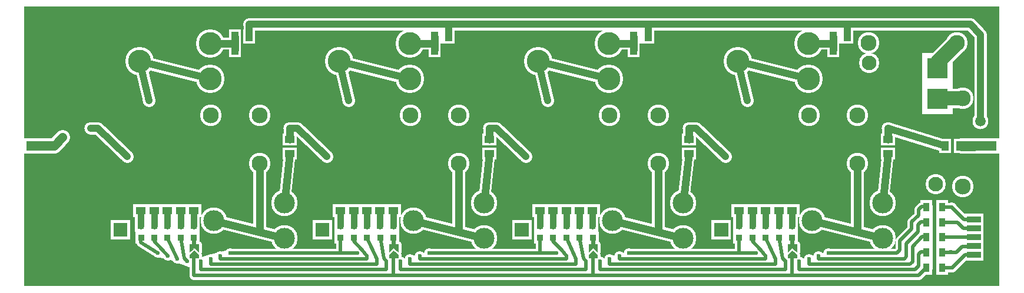
<source format=gbr>
%FSLAX34Y34*%
%MOMM*%
%LNCOPPER_BOTTOM*%
G71*
G01*
%ADD10R,2.000X1.700*%
%ADD11C,3.800*%
%ADD12C,3.100*%
%ADD13C,1.800*%
%ADD14C,1.700*%
%ADD15C,1.900*%
%ADD16R,2.200X1.900*%
%ADD17C,1.600*%
%ADD18C,1.800*%
%ADD19C,4.100*%
%ADD20R,1.700X2.000*%
%ADD21C,1.600*%
%ADD22R,4.800X2.200*%
%ADD23C,1.300*%
%ADD24R,1.700X1.700*%
%ADD25C,1.500*%
%ADD26C,1.400*%
%ADD27C,0.500*%
%ADD28C,2.100*%
%ADD29C,2.200*%
%ADD30R,4.400X4.400*%
%ADD31C,2.900*%
%ADD32C,3.100*%
%ADD33C,3.000*%
%ADD34C,2.800*%
%ADD35C,2.300*%
%ADD36R,2.800X1.700*%
%ADD37C,1.400*%
%ADD38C,0.900*%
%ADD39R,1.400X1.100*%
%ADD40C,3.000*%
%ADD41C,3.500*%
%ADD42C,2.300*%
%ADD43C,1.000*%
%ADD44C,1.100*%
%ADD45C,0.800*%
%ADD46C,1.000*%
%ADD47C,3.300*%
%ADD48R,1.100X1.400*%
%ADD49R,4.000X1.400*%
%ADD50R,0.900X0.900*%
%ADD51C,0.700*%
%ADD52C,0.600*%
%ADD53R,3.000X3.000*%
%ADD54C,2.100*%
%ADD55C,2.300*%
%ADD56R,0.900X1.200*%
%ADD57R,0.600X2.200*%
%ADD58C,2.000*%
%ADD59C,1.500*%
%ADD60R,2.000X0.900*%
%ADD61C,0.600*%
%ADD62C,0.100*%
%LPD*%
G36*
X0Y0D02*
X1402000Y0D01*
X1402000Y-402000D01*
X0Y-402000D01*
X0Y0D01*
G37*
%LPC*%
X381739Y-211403D02*
G54D10*
D03*
X381739Y-190803D02*
G54D10*
D03*
X374022Y-282830D02*
G54D11*
D03*
X374022Y-333630D02*
G54D11*
D03*
X272422Y-308230D02*
G54D11*
D03*
X337979Y-155988D02*
G54D12*
D03*
X267979Y-155988D02*
G54D12*
D03*
X337978Y-225988D02*
G54D12*
D03*
G36*
X442479Y-334988D02*
X414479Y-334988D01*
X414479Y-306988D01*
X442479Y-306988D01*
X442479Y-334988D01*
G37*
X381790Y-174886D02*
G54D13*
D03*
G54D14*
X381739Y-190803D02*
X381790Y-174886D01*
G54D14*
X381739Y-211403D02*
X374022Y-282830D01*
G54D15*
X272422Y-308230D02*
X374022Y-333630D01*
G54D15*
X337978Y-225988D02*
X337978Y-323988D01*
X530379Y-293660D02*
G54D16*
D03*
X530379Y-306866D02*
G54D17*
D03*
X511379Y-306866D02*
G54D17*
D03*
X492379Y-306866D02*
G54D17*
D03*
X473379Y-306866D02*
G54D17*
D03*
X454379Y-306866D02*
G54D17*
D03*
X511379Y-293660D02*
G54D16*
D03*
X492379Y-293660D02*
G54D16*
D03*
X473379Y-293660D02*
G54D16*
D03*
X454379Y-293660D02*
G54D16*
D03*
X434626Y-215948D02*
G54D13*
D03*
G54D18*
X434626Y-215948D02*
X392164Y-174886D01*
X381790Y-174886D01*
X554022Y-52830D02*
G54D19*
D03*
X554022Y-103630D02*
G54D19*
D03*
X452422Y-78230D02*
G54D19*
D03*
X466039Y-135212D02*
G54D13*
D03*
G54D18*
X466039Y-135212D02*
X452422Y-78230D01*
G54D18*
X452422Y-78230D02*
X554022Y-103630D01*
G54D14*
X589511Y-42846D02*
X589547Y-62093D01*
X589139Y-52865D01*
X554022Y-52830D01*
G54D18*
X650978Y-25388D02*
X323239Y-25412D01*
G36*
X152179Y-334988D02*
X124179Y-334988D01*
X124179Y-306988D01*
X152179Y-306988D01*
X152179Y-334988D01*
G37*
X302711Y-42845D02*
G54D20*
D03*
X323311Y-42845D02*
G54D20*
D03*
X302747Y-62093D02*
G54D20*
D03*
X94990Y-174886D02*
G54D13*
D03*
X147827Y-215948D02*
G54D13*
D03*
G54D18*
X147827Y-215948D02*
X105364Y-174886D01*
X94990Y-174886D01*
X267222Y-52830D02*
G54D19*
D03*
X267222Y-103630D02*
G54D19*
D03*
X165622Y-78230D02*
G54D19*
D03*
X179239Y-135212D02*
G54D13*
D03*
G54D18*
X179239Y-135212D02*
X165622Y-78230D01*
G54D18*
X165622Y-78230D02*
X267222Y-103630D01*
G54D14*
X302711Y-42846D02*
X302747Y-62093D01*
X302340Y-52865D01*
X267222Y-52830D01*
G54D21*
X323311Y-42845D02*
X323239Y-25412D01*
X22873Y-200099D02*
G54D22*
D03*
X54411Y-187288D02*
G54D13*
D03*
X589511Y-42846D02*
G54D20*
D03*
X610111Y-42845D02*
G54D20*
D03*
G54D21*
X610111Y-42845D02*
X610038Y-25412D01*
G54D23*
X312200Y-354600D02*
X412200Y-354600D01*
G54D23*
X312200Y-362600D02*
X412200Y-362600D01*
G54D23*
X312200Y-370600D02*
X412200Y-370600D01*
G54D23*
X312200Y-378600D02*
X412200Y-378600D01*
G54D23*
X312200Y-386600D02*
X477200Y-386600D01*
X454479Y-332066D02*
G54D24*
D03*
X454379Y-315366D02*
G54D24*
D03*
X473479Y-332066D02*
G54D24*
D03*
X473379Y-315366D02*
G54D24*
D03*
X492479Y-332066D02*
G54D24*
D03*
X492379Y-315366D02*
G54D24*
D03*
X511479Y-332066D02*
G54D24*
D03*
X511379Y-315366D02*
G54D24*
D03*
X530479Y-332066D02*
G54D24*
D03*
X530379Y-315366D02*
G54D24*
D03*
G54D23*
X584200Y-354600D02*
X684200Y-354600D01*
G54D23*
X584200Y-362600D02*
X684200Y-362600D01*
G54D23*
X584200Y-370600D02*
X684200Y-370600D01*
G54D23*
X584200Y-378600D02*
X684200Y-378600D01*
G54D23*
X477200Y-386600D02*
X634200Y-386600D01*
G54D25*
X454379Y-315366D02*
X454379Y-306466D01*
G54D25*
X473379Y-315366D02*
X473379Y-306466D01*
G54D25*
X492379Y-315366D02*
X492379Y-306466D01*
G54D25*
X511379Y-315366D02*
X511379Y-306466D01*
G54D25*
X530379Y-315366D02*
X530379Y-306466D01*
G54D14*
X454379Y-315366D02*
X454379Y-293660D01*
G54D14*
X473379Y-315366D02*
X473379Y-293660D01*
G54D14*
X492379Y-315366D02*
X492379Y-293660D01*
G54D14*
X511379Y-315366D02*
X511379Y-293660D01*
G54D14*
X530379Y-315366D02*
X530379Y-293660D01*
X492579Y-358666D02*
G54D26*
D03*
X520579Y-366666D02*
G54D26*
D03*
X540579Y-366666D02*
G54D26*
D03*
X506579Y-362666D02*
G54D26*
D03*
X554579Y-362666D02*
G54D26*
D03*
X568579Y-358666D02*
G54D26*
D03*
X478579Y-354666D02*
G54D26*
D03*
X582579Y-354666D02*
G54D26*
D03*
G54D23*
X412200Y-354600D02*
X478579Y-354666D01*
G54D23*
X454479Y-332066D02*
X454479Y-354321D01*
X454200Y-354600D01*
G54D23*
X412200Y-362600D02*
X492579Y-362600D01*
X492579Y-358666D01*
G54D23*
X412200Y-370600D02*
X506579Y-370600D01*
X506579Y-362666D01*
G54D23*
X412200Y-378600D02*
X520579Y-378600D01*
X520579Y-366666D01*
G54D23*
X584200Y-378600D02*
X540579Y-378600D01*
X540579Y-366666D01*
G54D23*
X584200Y-370600D02*
X554579Y-370600D01*
X554579Y-362666D01*
G54D23*
X584200Y-362600D02*
X568579Y-362600D01*
X568579Y-358666D01*
X243679Y-293660D02*
G54D16*
D03*
X243679Y-306866D02*
G54D17*
D03*
X224679Y-306866D02*
G54D17*
D03*
X205679Y-306866D02*
G54D17*
D03*
X186679Y-306866D02*
G54D17*
D03*
X167679Y-306866D02*
G54D17*
D03*
X224679Y-293660D02*
G54D16*
D03*
X205679Y-293660D02*
G54D16*
D03*
X186679Y-293660D02*
G54D16*
D03*
X167679Y-293660D02*
G54D16*
D03*
X167779Y-332066D02*
G54D24*
D03*
X167679Y-315366D02*
G54D24*
D03*
X186779Y-332066D02*
G54D24*
D03*
X186679Y-315366D02*
G54D24*
D03*
X205779Y-332066D02*
G54D24*
D03*
X205679Y-315366D02*
G54D24*
D03*
X224779Y-332066D02*
G54D24*
D03*
X224679Y-315366D02*
G54D24*
D03*
X243779Y-332066D02*
G54D24*
D03*
X243679Y-315366D02*
G54D24*
D03*
G54D23*
X297500Y-354600D02*
X397500Y-354600D01*
G54D23*
X297500Y-362600D02*
X397500Y-362600D01*
G54D23*
X297500Y-370600D02*
X397500Y-370600D01*
G54D23*
X297500Y-378600D02*
X397500Y-378600D01*
G54D23*
X243500Y-386600D02*
X347500Y-386600D01*
G54D25*
X167679Y-315366D02*
X167679Y-306466D01*
G54D25*
X186679Y-315366D02*
X186679Y-306466D01*
G54D25*
X205679Y-315366D02*
X205679Y-306466D01*
G54D25*
X224679Y-315366D02*
X224679Y-306466D01*
G54D25*
X243679Y-315366D02*
X243679Y-306466D01*
G54D14*
X167679Y-315366D02*
X167679Y-293660D01*
G54D14*
X186679Y-315366D02*
X186679Y-293660D01*
G54D14*
X205679Y-315366D02*
X205679Y-293660D01*
G54D14*
X224679Y-315366D02*
X224679Y-293660D01*
G54D14*
X243679Y-315366D02*
X243679Y-293660D01*
G54D23*
X243779Y-386600D02*
X243779Y-355345D01*
X243500Y-356066D01*
X205879Y-358666D02*
G54D26*
D03*
X233879Y-366666D02*
G54D26*
D03*
X253879Y-366666D02*
G54D26*
D03*
X219879Y-362666D02*
G54D26*
D03*
X267879Y-362666D02*
G54D26*
D03*
X281879Y-358666D02*
G54D26*
D03*
X191879Y-354666D02*
G54D26*
D03*
X295879Y-354666D02*
G54D26*
D03*
G54D23*
X167500Y-339600D02*
X191879Y-354666D01*
G54D23*
X167779Y-332066D02*
X167500Y-339600D01*
G54D23*
X297500Y-378600D02*
X253879Y-378600D01*
X253879Y-366666D01*
G54D23*
X297500Y-370600D02*
X267879Y-370600D01*
X267879Y-362666D01*
G54D23*
X297500Y-362600D02*
X281879Y-362600D01*
X281879Y-358666D01*
G36*
X243520Y-375054D02*
X210736Y-362270D01*
X190736Y-357940D01*
X172500Y-344600D01*
X166200Y-301600D01*
X246200Y-301600D01*
X246200Y-366600D01*
X265501Y-359907D01*
X296200Y-351600D01*
X251200Y-386600D01*
X243520Y-375054D01*
G37*
G54D27*
X243520Y-375054D02*
X210736Y-362270D01*
X190736Y-357940D01*
X172500Y-344600D01*
X166200Y-301600D01*
X246200Y-301600D01*
X246200Y-366600D01*
X265501Y-359907D01*
X296200Y-351600D01*
X251200Y-386600D01*
X243520Y-375054D01*
G36*
X454479Y-354321D02*
X454379Y-293660D01*
X530379Y-293660D01*
X530479Y-386321D01*
X456200Y-386600D01*
X456200Y-336600D01*
X454479Y-354321D01*
G37*
G54D27*
X454479Y-354321D02*
X454379Y-293660D01*
X530379Y-293660D01*
X530479Y-386321D01*
X456200Y-386600D01*
X456200Y-336600D01*
X454479Y-354321D01*
G36*
X540579Y-366666D02*
X582579Y-354666D01*
X581200Y-386600D01*
X540579Y-366666D01*
G37*
G54D27*
X540579Y-366666D02*
X582579Y-354666D01*
X581200Y-386600D01*
X540579Y-366666D01*
G36*
X595124Y-50332D02*
X591276Y-69580D01*
X581200Y-51600D01*
X561200Y-51600D01*
X561200Y-26600D01*
X610038Y-25412D01*
X604365Y-50351D01*
X595124Y-50332D01*
G37*
G54D27*
X595124Y-50332D02*
X591276Y-69580D01*
X581200Y-51600D01*
X561200Y-51600D01*
X561200Y-26600D01*
X610038Y-25412D01*
X604365Y-50351D01*
X595124Y-50332D01*
X668439Y-211403D02*
G54D10*
D03*
X668439Y-190803D02*
G54D10*
D03*
X660722Y-282830D02*
G54D11*
D03*
X660722Y-333630D02*
G54D11*
D03*
X559122Y-308230D02*
G54D11*
D03*
G36*
X729179Y-334988D02*
X701179Y-334988D01*
X701179Y-306988D01*
X729179Y-306988D01*
X729179Y-334988D01*
G37*
X668490Y-174886D02*
G54D13*
D03*
G54D14*
X668439Y-190803D02*
X668490Y-174886D01*
G54D14*
X668439Y-211403D02*
X660722Y-282830D01*
G54D15*
X559122Y-308230D02*
X660722Y-333630D01*
G54D15*
X624678Y-225988D02*
X624678Y-323988D01*
X817079Y-293660D02*
G54D16*
D03*
X817079Y-306866D02*
G54D17*
D03*
X798079Y-306866D02*
G54D17*
D03*
X779079Y-306866D02*
G54D17*
D03*
X760079Y-306866D02*
G54D17*
D03*
X741079Y-306866D02*
G54D17*
D03*
X798079Y-293660D02*
G54D16*
D03*
X779079Y-293660D02*
G54D16*
D03*
X760079Y-293660D02*
G54D16*
D03*
X741079Y-293660D02*
G54D16*
D03*
X721326Y-215948D02*
G54D13*
D03*
G54D18*
X721326Y-215948D02*
X678864Y-174886D01*
X668490Y-174886D01*
X840722Y-52830D02*
G54D19*
D03*
X840722Y-103630D02*
G54D19*
D03*
X739122Y-78230D02*
G54D19*
D03*
X752738Y-135212D02*
G54D13*
D03*
G54D18*
X752738Y-135212D02*
X739122Y-78230D01*
G54D18*
X739122Y-78230D02*
X840722Y-103630D01*
G54D14*
X876211Y-42846D02*
X876247Y-62093D01*
X875839Y-52865D01*
X840722Y-52830D01*
G54D18*
X937678Y-25388D02*
X609939Y-25412D01*
X876211Y-42846D02*
G54D20*
D03*
X896810Y-42845D02*
G54D20*
D03*
G54D21*
X896810Y-42845D02*
X896738Y-25412D01*
G54D23*
X598900Y-354600D02*
X698900Y-354600D01*
G54D23*
X598900Y-362600D02*
X698900Y-362600D01*
G54D23*
X598900Y-370600D02*
X698900Y-370600D01*
G54D23*
X598900Y-378600D02*
X698900Y-378600D01*
G54D23*
X598900Y-386600D02*
X763900Y-386600D01*
X741179Y-332066D02*
G54D24*
D03*
X741079Y-315366D02*
G54D24*
D03*
X760179Y-332066D02*
G54D24*
D03*
X760079Y-315366D02*
G54D24*
D03*
X779179Y-332066D02*
G54D24*
D03*
X779079Y-315366D02*
G54D24*
D03*
X798179Y-332066D02*
G54D24*
D03*
X798079Y-315366D02*
G54D24*
D03*
X817179Y-332066D02*
G54D24*
D03*
X817079Y-315366D02*
G54D24*
D03*
G54D23*
X870900Y-354600D02*
X970900Y-354600D01*
G54D23*
X870900Y-362600D02*
X970900Y-362600D01*
G54D23*
X870900Y-370600D02*
X970900Y-370600D01*
G54D23*
X870900Y-378600D02*
X970900Y-378600D01*
G54D23*
X763900Y-386600D02*
X920900Y-386600D01*
G54D25*
X741079Y-315366D02*
X741079Y-306466D01*
G54D25*
X760079Y-315366D02*
X760079Y-306466D01*
G54D25*
X779079Y-315366D02*
X779079Y-306466D01*
G54D25*
X798079Y-315366D02*
X798079Y-306466D01*
G54D25*
X817079Y-315366D02*
X817079Y-306466D01*
G54D14*
X741079Y-315366D02*
X741079Y-293660D01*
G54D14*
X760079Y-315366D02*
X760079Y-293660D01*
G54D14*
X779079Y-315366D02*
X779079Y-293660D01*
G54D14*
X798079Y-315366D02*
X798079Y-293660D01*
G54D14*
X817079Y-315366D02*
X817079Y-293660D01*
X779279Y-358666D02*
G54D26*
D03*
X807279Y-366666D02*
G54D26*
D03*
X827279Y-366666D02*
G54D26*
D03*
X793279Y-362666D02*
G54D26*
D03*
X841279Y-362666D02*
G54D26*
D03*
X855279Y-358666D02*
G54D26*
D03*
X765279Y-354666D02*
G54D26*
D03*
X869279Y-354666D02*
G54D26*
D03*
G54D23*
X698900Y-354600D02*
X765279Y-354666D01*
G54D23*
X741179Y-332066D02*
X741179Y-354321D01*
X740900Y-354600D01*
G54D23*
X698900Y-362600D02*
X779279Y-362600D01*
X779279Y-358666D01*
G54D23*
X698900Y-370600D02*
X793279Y-370600D01*
X793279Y-362666D01*
G54D23*
X698900Y-378600D02*
X807279Y-378600D01*
X807279Y-366666D01*
G54D23*
X870900Y-378600D02*
X827279Y-378600D01*
X827279Y-366666D01*
G54D23*
X870900Y-370600D02*
X841279Y-370600D01*
X841279Y-362666D01*
G54D23*
X870900Y-362600D02*
X855279Y-362600D01*
X855279Y-358666D01*
G54D23*
X584200Y-354600D02*
X684200Y-354600D01*
G54D23*
X584200Y-362600D02*
X684200Y-362600D01*
G54D23*
X584200Y-370600D02*
X684200Y-370600D01*
G54D23*
X584200Y-378600D02*
X684200Y-378600D01*
G54D23*
X530200Y-386600D02*
X634200Y-386600D01*
G54D23*
X584200Y-378600D02*
X540579Y-378600D01*
X540579Y-366666D01*
G54D23*
X584200Y-370600D02*
X554579Y-370600D01*
X554579Y-362666D01*
G54D23*
X584200Y-362600D02*
X568579Y-362600D01*
X568579Y-358666D01*
G36*
X741179Y-354321D02*
X741079Y-293660D01*
X817079Y-293660D01*
X817179Y-386321D01*
X742900Y-386600D01*
X742900Y-336600D01*
X741179Y-354321D01*
G37*
G54D27*
X741179Y-354321D02*
X741079Y-293660D01*
X817079Y-293660D01*
X817179Y-386321D01*
X742900Y-386600D01*
X742900Y-336600D01*
X741179Y-354321D01*
G36*
X827279Y-366666D02*
X869279Y-354666D01*
X867900Y-386600D01*
X827279Y-366666D01*
G37*
G54D27*
X827279Y-366666D02*
X869279Y-354666D01*
X867900Y-386600D01*
X827279Y-366666D01*
X955138Y-211403D02*
G54D10*
D03*
X955138Y-190803D02*
G54D10*
D03*
X947422Y-282830D02*
G54D11*
D03*
X947422Y-333630D02*
G54D11*
D03*
X845822Y-308230D02*
G54D11*
D03*
G36*
X1015878Y-334988D02*
X987878Y-334988D01*
X987878Y-306988D01*
X1015878Y-306988D01*
X1015878Y-334988D01*
G37*
X955190Y-174886D02*
G54D13*
D03*
G54D14*
X955138Y-190803D02*
X955190Y-174886D01*
G54D14*
X955138Y-211403D02*
X947422Y-282830D01*
G54D15*
X845822Y-308230D02*
X947422Y-333630D01*
G54D15*
X911378Y-225988D02*
X911378Y-323988D01*
X1103779Y-293660D02*
G54D16*
D03*
X1103778Y-306866D02*
G54D17*
D03*
X1084778Y-306866D02*
G54D17*
D03*
X1065779Y-306866D02*
G54D17*
D03*
X1046778Y-306866D02*
G54D17*
D03*
X1027778Y-306866D02*
G54D17*
D03*
X1084779Y-293660D02*
G54D16*
D03*
X1065779Y-293660D02*
G54D16*
D03*
X1046779Y-293660D02*
G54D16*
D03*
X1027779Y-293660D02*
G54D16*
D03*
X1008026Y-215948D02*
G54D13*
D03*
G54D18*
X1008026Y-215948D02*
X965564Y-174886D01*
X955190Y-174886D01*
X1127422Y-52830D02*
G54D19*
D03*
X1127422Y-103630D02*
G54D19*
D03*
X1025822Y-78230D02*
G54D19*
D03*
X1039438Y-135212D02*
G54D13*
D03*
G54D18*
X1039438Y-135212D02*
X1025822Y-78230D01*
G54D18*
X1025822Y-78230D02*
X1127422Y-103630D01*
G54D14*
X1162910Y-42846D02*
X1162946Y-62093D01*
X1162539Y-52865D01*
X1127422Y-52830D01*
G54D18*
X1360000Y-25000D02*
X896638Y-25412D01*
X1162911Y-42846D02*
G54D20*
D03*
X1183510Y-42845D02*
G54D20*
D03*
G54D21*
X1183510Y-42845D02*
X1183438Y-25412D01*
G54D23*
X885600Y-354600D02*
X985600Y-354600D01*
G54D23*
X885600Y-362600D02*
X985600Y-362600D01*
G54D23*
X885600Y-370600D02*
X985600Y-370600D01*
G54D23*
X885600Y-378600D02*
X985600Y-378600D01*
G54D23*
X885600Y-386600D02*
X1050600Y-386600D01*
X1027879Y-332066D02*
G54D24*
D03*
X1027779Y-315366D02*
G54D24*
D03*
X1046879Y-332066D02*
G54D24*
D03*
X1046779Y-315366D02*
G54D24*
D03*
X1065879Y-332066D02*
G54D24*
D03*
X1065779Y-315366D02*
G54D24*
D03*
X1084879Y-332066D02*
G54D24*
D03*
X1084779Y-315366D02*
G54D24*
D03*
X1103879Y-332066D02*
G54D24*
D03*
X1103779Y-315366D02*
G54D24*
D03*
G54D23*
X1157600Y-354600D02*
X1245600Y-354600D01*
G54D23*
X1157600Y-362600D02*
X1257600Y-362600D01*
G54D23*
X1157600Y-370600D02*
X1257600Y-370600D01*
G54D23*
X1050600Y-386600D02*
X1207600Y-386600D01*
G54D25*
X1027779Y-315366D02*
X1027778Y-306466D01*
G54D25*
X1046778Y-315366D02*
X1046778Y-306466D01*
G54D25*
X1065779Y-315366D02*
X1065779Y-306466D01*
G54D25*
X1084779Y-315366D02*
X1084778Y-306466D01*
G54D25*
X1103779Y-315366D02*
X1103778Y-306466D01*
G54D14*
X1027779Y-315366D02*
X1027779Y-293660D01*
G54D14*
X1046778Y-315366D02*
X1046779Y-293660D01*
G54D14*
X1065779Y-315366D02*
X1065779Y-293660D01*
G54D14*
X1084779Y-315366D02*
X1084779Y-293660D01*
G54D14*
X1103779Y-315366D02*
X1103779Y-293660D01*
X1065978Y-358666D02*
G54D26*
D03*
X1093978Y-366666D02*
G54D26*
D03*
X1113978Y-366666D02*
G54D26*
D03*
X1079978Y-362666D02*
G54D26*
D03*
X1127978Y-362666D02*
G54D26*
D03*
X1141978Y-358666D02*
G54D26*
D03*
X1051978Y-354666D02*
G54D26*
D03*
X1155978Y-354666D02*
G54D26*
D03*
G54D23*
X985600Y-354600D02*
X1051978Y-354666D01*
G54D23*
X1027879Y-332066D02*
X1027879Y-354321D01*
X1027600Y-354600D01*
G54D23*
X985600Y-362600D02*
X1065978Y-362600D01*
X1065978Y-358666D01*
G54D23*
X985600Y-370600D02*
X1079978Y-370600D01*
X1079978Y-362666D01*
G54D23*
X985600Y-378600D02*
X1093978Y-378600D01*
X1093978Y-366666D01*
G54D23*
X1157600Y-378600D02*
X1113978Y-378600D01*
X1113978Y-366666D01*
G54D23*
X1157600Y-370600D02*
X1127978Y-370600D01*
X1127978Y-362666D01*
G54D23*
X1157600Y-362600D02*
X1141978Y-362600D01*
X1141978Y-358666D01*
G54D23*
X870900Y-354600D02*
X970900Y-354600D01*
G54D23*
X870900Y-362600D02*
X970900Y-362600D01*
G54D23*
X870900Y-370600D02*
X970900Y-370600D01*
G54D23*
X870900Y-378600D02*
X970900Y-378600D01*
G54D23*
X816900Y-386600D02*
X920900Y-386600D01*
G54D23*
X870900Y-378600D02*
X827279Y-378600D01*
X827279Y-366666D01*
G54D23*
X870900Y-370600D02*
X841279Y-370600D01*
X841279Y-362666D01*
G54D23*
X870900Y-362600D02*
X855279Y-362600D01*
X855279Y-358666D01*
G36*
X1027879Y-354321D02*
X1027779Y-293660D01*
X1103779Y-293660D01*
X1103879Y-386321D01*
X1029600Y-386600D01*
X1029600Y-336600D01*
X1027879Y-354321D01*
G37*
G54D27*
X1027879Y-354321D02*
X1027779Y-293660D01*
X1103779Y-293660D01*
X1103879Y-386321D01*
X1029600Y-386600D01*
X1029600Y-336600D01*
X1027879Y-354321D01*
G36*
X1113978Y-366666D02*
X1155978Y-354666D01*
X1154600Y-386600D01*
X1113978Y-366666D01*
G37*
G54D27*
X1113978Y-366666D02*
X1155978Y-354666D01*
X1154600Y-386600D01*
X1113978Y-366666D01*
X1241838Y-211403D02*
G54D10*
D03*
X1241838Y-190803D02*
G54D10*
D03*
X1234121Y-282830D02*
G54D11*
D03*
X1234122Y-333630D02*
G54D11*
D03*
X1132522Y-308230D02*
G54D11*
D03*
X1241890Y-174886D02*
G54D13*
D03*
G54D14*
X1241838Y-190803D02*
X1241890Y-174886D01*
G54D14*
X1241838Y-211403D02*
X1234121Y-282830D01*
G54D15*
X1132522Y-308230D02*
X1234122Y-333630D01*
G54D15*
X1198078Y-225988D02*
X1198078Y-323988D01*
X1324064Y-200119D02*
G54D20*
D03*
X1344664Y-200119D02*
G54D20*
D03*
G54D23*
X1172300Y-378600D02*
X1272299Y-378600D01*
G54D23*
X1157600Y-362600D02*
X1265299Y-362600D01*
G54D23*
X1157600Y-370600D02*
X1265299Y-370600D01*
G54D23*
X1172300Y-378600D02*
X1113978Y-378600D01*
X1113978Y-366666D01*
G54D23*
X1157600Y-370600D02*
X1127978Y-370600D01*
X1127978Y-362666D01*
G54D23*
X1157600Y-362600D02*
X1141978Y-362600D01*
X1141978Y-358666D01*
G54D28*
X54411Y-187288D02*
X42561Y-200615D01*
X1377873Y-200099D02*
G54D22*
D03*
G54D29*
X1347217Y-200123D02*
X1365039Y-200097D01*
G54D18*
X1321674Y-199949D02*
X1241890Y-174886D01*
X1313000Y-89000D02*
G54D30*
D03*
X1313000Y-132500D02*
G54D30*
D03*
X1214385Y-80895D02*
G54D31*
D03*
X1340873Y-52598D02*
G54D32*
D03*
X1213873Y-52598D02*
G54D32*
D03*
X1349500Y-258500D02*
G54D32*
D03*
X1349500Y-131500D02*
G54D32*
D03*
X1310000Y-255000D02*
G54D31*
D03*
X1319963Y-288392D02*
G54D20*
D03*
X1296963Y-288392D02*
G54D20*
D03*
G54D33*
X1313000Y-89000D02*
X1313000Y-80472D01*
X1340873Y-52598D01*
G54D34*
X1349500Y-131500D02*
X1314000Y-131500D01*
X1313000Y-132500D01*
X1375000Y-165000D02*
G54D35*
D03*
G54D18*
X1375000Y-165000D02*
X1375000Y-40000D01*
X1360000Y-25000D01*
X1364989Y-319100D02*
G54D36*
D03*
X1364989Y-331800D02*
G54D36*
D03*
X1364990Y-344500D02*
G54D36*
D03*
X1364989Y-357200D02*
G54D36*
D03*
X1364989Y-306400D02*
G54D36*
D03*
X1319963Y-310392D02*
G54D20*
D03*
X1296963Y-310392D02*
G54D20*
D03*
X1319963Y-331392D02*
G54D20*
D03*
X1296963Y-331392D02*
G54D20*
D03*
X1319963Y-353392D02*
G54D20*
D03*
X1296963Y-353392D02*
G54D20*
D03*
X1319963Y-375392D02*
G54D20*
D03*
X1296963Y-375392D02*
G54D20*
D03*
G54D23*
X1200600Y-386600D02*
X1285755Y-386600D01*
X1296963Y-375392D01*
G54D23*
X1265299Y-378600D02*
X1280400Y-378600D01*
X1286000Y-373000D01*
X1286000Y-356000D01*
X1289000Y-353000D01*
X1296572Y-353000D01*
X1296963Y-353392D01*
G54D23*
X1265299Y-370600D02*
X1273400Y-370600D01*
X1277000Y-367000D01*
X1277000Y-345000D01*
X1291000Y-331000D01*
X1296572Y-331000D01*
X1296963Y-331392D01*
G54D23*
X1265299Y-362600D02*
X1268000Y-359899D01*
X1268000Y-341000D01*
X1285000Y-324000D01*
X1285000Y-314000D01*
X1289000Y-310000D01*
X1296572Y-310000D01*
X1296963Y-310392D01*
G54D23*
X1238600Y-354600D02*
X1254400Y-354600D01*
X1259000Y-350000D01*
X1259000Y-337000D01*
X1276000Y-320000D01*
X1276000Y-310000D01*
X1286000Y-300000D01*
X1286000Y-292000D01*
X1290000Y-288000D01*
X1296572Y-288000D01*
X1296963Y-288392D01*
G54D23*
X1364989Y-357200D02*
X1352800Y-357200D01*
X1334000Y-376000D01*
X1320572Y-376000D01*
X1319963Y-375392D01*
G54D23*
X1319963Y-353392D02*
X1339608Y-353392D01*
X1348000Y-345000D01*
X1364489Y-345000D01*
X1364990Y-344500D01*
G54D23*
X1319963Y-331392D02*
X1364581Y-331392D01*
X1364989Y-331800D01*
G54D23*
X1319963Y-310392D02*
X1341392Y-310392D01*
X1350000Y-319000D01*
X1364890Y-319000D01*
X1364989Y-319100D01*
G54D23*
X1319963Y-288392D02*
X1333392Y-288392D01*
X1351000Y-306000D01*
X1364590Y-306000D01*
X1364989Y-306400D01*
G36*
X1296963Y-375392D02*
X1319963Y-375392D01*
X1334608Y-375392D01*
X1352800Y-357200D01*
X1352800Y-356689D01*
X1364990Y-344500D01*
X1364990Y-311990D01*
X1364000Y-311000D01*
X1356000Y-311000D01*
X1333392Y-288392D01*
X1296963Y-288392D01*
X1289608Y-288392D01*
X1286000Y-292000D01*
X1286000Y-336000D01*
X1275000Y-347000D01*
X1275000Y-372000D01*
X1289000Y-386000D01*
X1296963Y-375392D01*
G37*
G54D27*
X1296963Y-375392D02*
X1319963Y-375392D01*
X1334608Y-375392D01*
X1352800Y-357200D01*
X1352800Y-356689D01*
X1364990Y-344500D01*
X1364990Y-311990D01*
X1364000Y-311000D01*
X1356000Y-311000D01*
X1333392Y-288392D01*
X1296963Y-288392D01*
X1289608Y-288392D01*
X1286000Y-292000D01*
X1286000Y-336000D01*
X1275000Y-347000D01*
X1275000Y-372000D01*
X1289000Y-386000D01*
X1296963Y-375392D01*
X1332473Y-310215D02*
G54D26*
D03*
X1332453Y-331456D02*
G54D26*
D03*
X1332721Y-353067D02*
G54D26*
D03*
X1334000Y-376000D02*
G54D26*
D03*
G54D23*
X186779Y-332066D02*
X186779Y-337779D01*
X199000Y-350000D01*
X205879Y-358666D01*
G54D23*
X205779Y-332066D02*
X219879Y-362666D01*
G54D23*
X224779Y-332066D02*
X230328Y-362518D01*
X233879Y-366666D01*
G54D37*
X243719Y-342000D02*
X243779Y-332066D01*
G54D23*
X530479Y-386600D02*
X530479Y-355345D01*
X530200Y-356066D01*
G54D23*
X473479Y-332066D02*
X473479Y-337779D01*
X485700Y-350000D01*
X492579Y-358666D01*
G54D23*
X492479Y-332066D02*
X506579Y-362666D01*
G54D23*
X511479Y-332066D02*
X517028Y-362518D01*
X520579Y-366666D01*
G54D37*
X530419Y-342000D02*
X530479Y-332066D01*
G54D23*
X817179Y-386600D02*
X817179Y-355345D01*
X816900Y-356066D01*
G54D23*
X760179Y-332066D02*
X760179Y-337779D01*
X772400Y-350000D01*
X779279Y-358666D01*
G54D23*
X779179Y-332066D02*
X793279Y-362666D01*
G54D23*
X798179Y-332066D02*
X803728Y-362518D01*
X807279Y-366666D01*
G54D37*
X817118Y-342000D02*
X817179Y-332066D01*
G54D23*
X1103879Y-386600D02*
X1103879Y-355345D01*
X1103600Y-356066D01*
G54D23*
X1046879Y-332066D02*
X1046879Y-337779D01*
X1059100Y-350000D01*
X1065978Y-358666D01*
G54D23*
X1065878Y-332066D02*
X1079978Y-362666D01*
G54D23*
X1084878Y-332066D02*
X1090428Y-362518D01*
X1093978Y-366666D01*
G54D37*
X1103818Y-342000D02*
X1103878Y-332066D01*
G36*
X237964Y-341499D02*
X249964Y-341499D01*
X249964Y-352499D01*
X243964Y-346499D01*
X237964Y-352499D01*
X237964Y-341499D01*
G37*
G54D38*
X237964Y-341499D02*
X249964Y-341499D01*
X249964Y-352499D01*
X243964Y-346499D01*
X237964Y-352499D01*
X237964Y-341499D01*
G36*
X243964Y-350899D02*
X249964Y-356899D01*
X249964Y-360899D01*
X237964Y-360899D01*
X237964Y-356899D01*
X243964Y-350899D01*
G37*
G54D38*
X243964Y-350899D02*
X249964Y-356899D01*
X249964Y-360899D01*
X237964Y-360899D01*
X237964Y-356899D01*
X243964Y-350899D01*
G36*
X524867Y-341716D02*
X536867Y-341716D01*
X536867Y-352716D01*
X530867Y-346716D01*
X524867Y-352716D01*
X524867Y-341716D01*
G37*
G54D38*
X524867Y-341716D02*
X536867Y-341716D01*
X536867Y-352716D01*
X530867Y-346716D01*
X524867Y-352716D01*
X524867Y-341716D01*
G36*
X530867Y-351116D02*
X536867Y-357116D01*
X536867Y-361116D01*
X524867Y-361116D01*
X524867Y-357116D01*
X530867Y-351116D01*
G37*
G54D38*
X530867Y-351116D02*
X536867Y-357116D01*
X536867Y-361116D01*
X524867Y-361116D01*
X524867Y-357116D01*
X530867Y-351116D01*
G36*
X811267Y-341516D02*
X823267Y-341516D01*
X823267Y-352516D01*
X817267Y-346516D01*
X811267Y-352516D01*
X811267Y-341516D01*
G37*
G54D38*
X811267Y-341516D02*
X823267Y-341516D01*
X823267Y-352516D01*
X817267Y-346516D01*
X811267Y-352516D01*
X811267Y-341516D01*
G36*
X817267Y-350916D02*
X823267Y-356916D01*
X823267Y-360916D01*
X811267Y-360916D01*
X811267Y-356916D01*
X817267Y-350916D01*
G37*
G54D38*
X817267Y-350916D02*
X823267Y-356916D01*
X823267Y-360916D01*
X811267Y-360916D01*
X811267Y-356916D01*
X817267Y-350916D01*
G36*
X1098067Y-341516D02*
X1110067Y-341516D01*
X1110067Y-352516D01*
X1104067Y-346516D01*
X1098067Y-352516D01*
X1098067Y-341516D01*
G37*
G54D38*
X1098067Y-341516D02*
X1110067Y-341516D01*
X1110067Y-352516D01*
X1104067Y-346516D01*
X1098067Y-352516D01*
X1098067Y-341516D01*
G36*
X1104067Y-350916D02*
X1110067Y-356916D01*
X1110067Y-360916D01*
X1098067Y-360916D01*
X1098067Y-356916D01*
X1104067Y-350916D01*
G37*
G54D38*
X1104067Y-350916D02*
X1110067Y-356916D01*
X1110067Y-360916D01*
X1098067Y-360916D01*
X1098067Y-356916D01*
X1104067Y-350916D01*
X1333392Y-288392D02*
G54D26*
D03*
X589547Y-62093D02*
G54D20*
D03*
X876247Y-62093D02*
G54D20*
D03*
X1162946Y-62093D02*
G54D20*
D03*
G36*
X882592Y-50447D02*
X878744Y-69695D01*
X868668Y-51715D01*
X848668Y-51715D01*
X848668Y-26715D01*
X897507Y-25528D01*
X891833Y-50466D01*
X882592Y-50447D01*
G37*
G54D27*
X882592Y-50447D02*
X878744Y-69695D01*
X868668Y-51715D01*
X848668Y-51715D01*
X848668Y-26715D01*
X897507Y-25528D01*
X891833Y-50466D01*
X882592Y-50447D01*
G36*
X1168552Y-50384D02*
X1164703Y-69632D01*
X1154628Y-51653D01*
X1134628Y-51653D01*
X1134628Y-26653D01*
X1183466Y-25465D01*
X1177792Y-50404D01*
X1168552Y-50384D01*
G37*
G54D27*
X1168552Y-50384D02*
X1164703Y-69632D01*
X1154628Y-51653D01*
X1134628Y-51653D01*
X1134628Y-26653D01*
X1183466Y-25465D01*
X1177792Y-50404D01*
X1168552Y-50384D01*
X624679Y-155988D02*
G54D12*
D03*
X554679Y-155988D02*
G54D12*
D03*
X624678Y-225988D02*
G54D12*
D03*
X911378Y-155988D02*
G54D12*
D03*
X841378Y-155988D02*
G54D12*
D03*
X911378Y-225988D02*
G54D12*
D03*
X1198078Y-155988D02*
G54D12*
D03*
X1128078Y-155988D02*
G54D12*
D03*
X1198078Y-225988D02*
G54D12*
D03*
%LPD*%
X381739Y-211403D02*
G54D39*
D03*
X381739Y-190803D02*
G54D39*
D03*
X374022Y-282830D02*
G54D40*
D03*
X374022Y-333630D02*
G54D40*
D03*
X272422Y-308230D02*
G54D40*
D03*
X302978Y-140988D02*
G54D41*
D03*
X302979Y-240988D02*
G54D41*
D03*
X337979Y-155988D02*
G54D42*
D03*
X267979Y-155988D02*
G54D42*
D03*
X337978Y-190988D02*
G54D42*
D03*
X267979Y-225988D02*
G54D42*
D03*
X337978Y-225988D02*
G54D42*
D03*
G36*
X438479Y-330988D02*
X418479Y-330988D01*
X418479Y-310988D01*
X438479Y-310988D01*
X438479Y-330988D01*
G37*
X381790Y-174886D02*
G54D43*
D03*
G54D44*
X381739Y-190803D02*
X381790Y-174886D01*
G54D44*
X381739Y-211403D02*
X374022Y-282830D01*
G54D44*
X272422Y-308230D02*
X374022Y-333630D01*
G54D44*
X337978Y-225988D02*
X337978Y-323988D01*
X530379Y-293660D02*
G54D39*
D03*
X530379Y-273060D02*
G54D39*
D03*
X530379Y-306866D02*
G54D45*
D03*
X511379Y-306866D02*
G54D45*
D03*
X492379Y-306866D02*
G54D45*
D03*
X473379Y-306866D02*
G54D45*
D03*
X454379Y-306866D02*
G54D45*
D03*
X511379Y-293660D02*
G54D39*
D03*
X511379Y-273060D02*
G54D39*
D03*
X492379Y-293660D02*
G54D39*
D03*
X492379Y-273060D02*
G54D39*
D03*
X473379Y-293660D02*
G54D39*
D03*
X473379Y-273060D02*
G54D39*
D03*
X454379Y-293660D02*
G54D39*
D03*
X454379Y-273060D02*
G54D39*
D03*
X434626Y-215948D02*
G54D43*
D03*
G54D46*
X434626Y-215948D02*
X392164Y-174886D01*
X381790Y-174886D01*
X554022Y-52830D02*
G54D47*
D03*
X554022Y-103630D02*
G54D47*
D03*
X452422Y-78230D02*
G54D47*
D03*
X466039Y-135212D02*
G54D43*
D03*
G54D46*
X466039Y-135212D02*
X452422Y-78230D01*
G54D46*
X452422Y-78230D02*
X554022Y-103630D01*
G54D44*
X589511Y-42846D02*
X589547Y-62093D01*
X589139Y-52865D01*
X554022Y-52830D01*
G54D46*
X650978Y-25388D02*
X323239Y-25412D01*
G36*
X148179Y-330988D02*
X128179Y-330988D01*
X128179Y-310988D01*
X148179Y-310988D01*
X148179Y-330988D01*
G37*
X302711Y-42845D02*
G54D48*
D03*
X323311Y-42845D02*
G54D48*
D03*
X323347Y-62093D02*
G54D48*
D03*
X302747Y-62093D02*
G54D48*
D03*
X94990Y-174886D02*
G54D43*
D03*
X147827Y-215948D02*
G54D43*
D03*
G54D46*
X147827Y-215948D02*
X105364Y-174886D01*
X94990Y-174886D01*
X267222Y-52830D02*
G54D47*
D03*
X267222Y-103630D02*
G54D47*
D03*
X165622Y-78230D02*
G54D47*
D03*
X179239Y-135212D02*
G54D43*
D03*
G54D46*
X179239Y-135212D02*
X165622Y-78230D01*
G54D46*
X165622Y-78230D02*
X267222Y-103630D01*
G54D44*
X302711Y-42846D02*
X302747Y-62093D01*
X302340Y-52865D01*
X267222Y-52830D01*
G54D46*
X323311Y-42845D02*
X323239Y-25412D01*
X22873Y-200099D02*
G54D49*
D03*
X54411Y-187288D02*
G54D43*
D03*
X589511Y-42846D02*
G54D48*
D03*
X610111Y-42845D02*
G54D48*
D03*
G54D46*
X610111Y-42845D02*
X610038Y-25412D01*
G54D27*
X312200Y-354600D02*
X412200Y-354600D01*
G54D27*
X312200Y-362600D02*
X412200Y-362600D01*
G54D27*
X312200Y-370600D02*
X412200Y-370600D01*
G54D27*
X312200Y-378600D02*
X412200Y-378600D01*
G54D27*
X312200Y-386600D02*
X477200Y-386600D01*
X454479Y-332066D02*
G54D50*
D03*
X454379Y-315366D02*
G54D50*
D03*
X473479Y-332066D02*
G54D50*
D03*
X473379Y-315366D02*
G54D50*
D03*
X492479Y-332066D02*
G54D50*
D03*
X492379Y-315366D02*
G54D50*
D03*
X511479Y-332066D02*
G54D50*
D03*
X511379Y-315366D02*
G54D50*
D03*
X530479Y-332066D02*
G54D50*
D03*
X530379Y-315366D02*
G54D50*
D03*
G54D27*
X584200Y-354600D02*
X684200Y-354600D01*
G54D27*
X584200Y-362600D02*
X684200Y-362600D01*
G54D27*
X584200Y-370600D02*
X684200Y-370600D01*
G54D27*
X584200Y-378600D02*
X684200Y-378600D01*
G54D27*
X477200Y-386600D02*
X634200Y-386600D01*
G54D51*
X454379Y-315366D02*
X454379Y-306466D01*
G54D51*
X473379Y-315366D02*
X473379Y-306466D01*
G54D51*
X492379Y-315366D02*
X492379Y-306466D01*
G54D51*
X511379Y-315366D02*
X511379Y-306466D01*
G54D51*
X530379Y-315366D02*
X530379Y-306466D01*
G54D38*
X454379Y-315366D02*
X454379Y-293660D01*
G54D38*
X473379Y-315366D02*
X473379Y-293660D01*
G54D38*
X492379Y-315366D02*
X492379Y-293660D01*
G54D38*
X511379Y-315366D02*
X511379Y-293660D01*
G54D38*
X530379Y-315366D02*
X530379Y-293660D01*
X492579Y-358666D02*
G54D52*
D03*
X520579Y-366666D02*
G54D52*
D03*
X540579Y-366666D02*
G54D52*
D03*
X506579Y-362666D02*
G54D52*
D03*
X554579Y-362666D02*
G54D52*
D03*
X568579Y-358666D02*
G54D52*
D03*
X478579Y-354666D02*
G54D52*
D03*
X582579Y-354666D02*
G54D52*
D03*
G54D27*
X412200Y-354600D02*
X478579Y-354666D01*
G54D27*
X454479Y-332066D02*
X454479Y-354321D01*
X454200Y-354600D01*
G54D27*
X412200Y-362600D02*
X492579Y-362600D01*
X492579Y-358666D01*
G54D27*
X412200Y-370600D02*
X506579Y-370600D01*
X506579Y-362666D01*
G54D27*
X412200Y-378600D02*
X520579Y-378600D01*
X520579Y-366666D01*
G54D27*
X584200Y-378600D02*
X540579Y-378600D01*
X540579Y-366666D01*
G54D27*
X584200Y-370600D02*
X554579Y-370600D01*
X554579Y-362666D01*
G54D27*
X584200Y-362600D02*
X568579Y-362600D01*
X568579Y-358666D01*
X243679Y-293660D02*
G54D39*
D03*
X243679Y-273060D02*
G54D39*
D03*
X243679Y-306866D02*
G54D45*
D03*
X224679Y-306866D02*
G54D45*
D03*
X205679Y-306866D02*
G54D45*
D03*
X186679Y-306866D02*
G54D45*
D03*
X167679Y-306866D02*
G54D45*
D03*
X224679Y-293660D02*
G54D39*
D03*
X224679Y-273060D02*
G54D39*
D03*
X205679Y-293660D02*
G54D39*
D03*
X205679Y-273060D02*
G54D39*
D03*
X186679Y-293660D02*
G54D39*
D03*
X186679Y-273060D02*
G54D39*
D03*
X167679Y-293660D02*
G54D39*
D03*
X167679Y-273060D02*
G54D39*
D03*
X167779Y-332066D02*
G54D50*
D03*
X167679Y-315366D02*
G54D50*
D03*
X186779Y-332066D02*
G54D50*
D03*
X186679Y-315366D02*
G54D50*
D03*
X205779Y-332066D02*
G54D50*
D03*
X205679Y-315366D02*
G54D50*
D03*
X224779Y-332066D02*
G54D50*
D03*
X224679Y-315366D02*
G54D50*
D03*
X243779Y-332066D02*
G54D50*
D03*
X243679Y-315366D02*
G54D50*
D03*
G54D27*
X297500Y-354600D02*
X397500Y-354600D01*
G54D27*
X297500Y-362600D02*
X397500Y-362600D01*
G54D27*
X297500Y-370600D02*
X397500Y-370600D01*
G54D27*
X297500Y-378600D02*
X397500Y-378600D01*
G54D27*
X243500Y-386600D02*
X347500Y-386600D01*
G54D51*
X167679Y-315366D02*
X167679Y-306466D01*
G54D51*
X186679Y-315366D02*
X186679Y-306466D01*
G54D51*
X205679Y-315366D02*
X205679Y-306466D01*
G54D51*
X224679Y-315366D02*
X224679Y-306466D01*
G54D51*
X243679Y-315366D02*
X243679Y-306466D01*
G54D38*
X167679Y-315366D02*
X167679Y-293660D01*
G54D38*
X186679Y-315366D02*
X186679Y-293660D01*
G54D38*
X205679Y-315366D02*
X205679Y-293660D01*
G54D38*
X224679Y-315366D02*
X224679Y-293660D01*
G54D38*
X243679Y-315366D02*
X243679Y-293660D01*
G54D27*
X243779Y-386600D02*
X243779Y-355345D01*
X243500Y-356066D01*
X205879Y-358666D02*
G54D52*
D03*
X233879Y-366666D02*
G54D52*
D03*
X253879Y-366666D02*
G54D52*
D03*
X219879Y-362666D02*
G54D52*
D03*
X267879Y-362666D02*
G54D52*
D03*
X281879Y-358666D02*
G54D52*
D03*
X191879Y-354666D02*
G54D52*
D03*
X295879Y-354666D02*
G54D52*
D03*
G54D27*
X167500Y-339600D02*
X191879Y-354666D01*
G54D27*
X167779Y-332066D02*
X167500Y-339600D01*
G54D27*
X297500Y-378600D02*
X253879Y-378600D01*
X253879Y-366666D01*
G54D27*
X297500Y-370600D02*
X267879Y-370600D01*
X267879Y-362666D01*
G54D27*
X297500Y-362600D02*
X281879Y-362600D01*
X281879Y-358666D01*
X28200Y-8100D02*
G54D52*
D03*
X8200Y-26600D02*
G54D52*
D03*
X8200Y-46600D02*
G54D52*
D03*
X8200Y-66600D02*
G54D52*
D03*
X8200Y-86600D02*
G54D52*
D03*
X8200Y-106600D02*
G54D52*
D03*
X8200Y-126600D02*
G54D52*
D03*
X8200Y-146600D02*
G54D52*
D03*
X8200Y-166600D02*
G54D52*
D03*
X8200Y-183600D02*
G54D52*
D03*
X8200Y-226600D02*
G54D52*
D03*
X8200Y-246600D02*
G54D52*
D03*
X8200Y-266600D02*
G54D52*
D03*
X8200Y-286600D02*
G54D52*
D03*
X8200Y-306600D02*
G54D52*
D03*
X8200Y-326600D02*
G54D52*
D03*
X8200Y-346600D02*
G54D52*
D03*
X8200Y-366600D02*
G54D52*
D03*
X8200Y-385600D02*
G54D52*
D03*
X48200Y-8100D02*
G54D52*
D03*
X68200Y-8100D02*
G54D52*
D03*
X88200Y-8100D02*
G54D52*
D03*
X108200Y-8100D02*
G54D52*
D03*
X128200Y-8100D02*
G54D52*
D03*
X148200Y-8100D02*
G54D52*
D03*
X168200Y-8100D02*
G54D52*
D03*
X188200Y-8100D02*
G54D52*
D03*
X208200Y-8100D02*
G54D52*
D03*
X228200Y-8100D02*
G54D52*
D03*
X248200Y-8100D02*
G54D52*
D03*
X268200Y-8100D02*
G54D52*
D03*
X288200Y-8100D02*
G54D52*
D03*
X308200Y-8100D02*
G54D52*
D03*
X328200Y-8100D02*
G54D52*
D03*
X348200Y-8100D02*
G54D52*
D03*
X368200Y-8100D02*
G54D52*
D03*
X388200Y-8100D02*
G54D52*
D03*
X408200Y-8100D02*
G54D52*
D03*
X428200Y-8100D02*
G54D52*
D03*
X448200Y-8100D02*
G54D52*
D03*
X468200Y-8100D02*
G54D52*
D03*
X508200Y-8100D02*
G54D52*
D03*
X488200Y-8100D02*
G54D52*
D03*
X528200Y-8100D02*
G54D52*
D03*
X548200Y-8100D02*
G54D52*
D03*
X568200Y-8100D02*
G54D52*
D03*
X588200Y-8100D02*
G54D52*
D03*
X608200Y-8100D02*
G54D52*
D03*
X628200Y-8100D02*
G54D52*
D03*
X48178Y-393588D02*
G54D52*
D03*
X68178Y-393588D02*
G54D52*
D03*
X88178Y-393588D02*
G54D52*
D03*
X108178Y-393588D02*
G54D52*
D03*
X128178Y-393588D02*
G54D52*
D03*
X148178Y-393588D02*
G54D52*
D03*
X168178Y-393588D02*
G54D52*
D03*
X188178Y-393588D02*
G54D52*
D03*
X208178Y-393588D02*
G54D52*
D03*
X228178Y-393588D02*
G54D52*
D03*
X8200Y-215600D02*
G54D52*
D03*
X60200Y-203600D02*
G54D52*
D03*
X22200Y-217600D02*
G54D52*
D03*
X58200Y-211600D02*
G54D52*
D03*
X43200Y-221600D02*
G54D52*
D03*
X58200Y-221600D02*
G54D52*
D03*
X43200Y-231600D02*
G54D52*
D03*
X58200Y-231600D02*
G54D52*
D03*
X43200Y-241600D02*
G54D52*
D03*
X43200Y-251600D02*
G54D52*
D03*
X43200Y-261600D02*
G54D52*
D03*
X43200Y-271600D02*
G54D52*
D03*
X53200Y-266600D02*
G54D52*
D03*
X63200Y-266600D02*
G54D52*
D03*
X43200Y-281600D02*
G54D52*
D03*
X53200Y-276600D02*
G54D52*
D03*
X63200Y-276600D02*
G54D52*
D03*
X73200Y-266600D02*
G54D52*
D03*
X83200Y-266600D02*
G54D52*
D03*
X83200Y-276600D02*
G54D52*
D03*
X73200Y-276600D02*
G54D52*
D03*
X43200Y-291600D02*
G54D52*
D03*
X53200Y-286600D02*
G54D52*
D03*
X63200Y-286600D02*
G54D52*
D03*
X74127Y-286478D02*
G54D52*
D03*
X83200Y-286600D02*
G54D52*
D03*
X103200Y-291600D02*
G54D52*
D03*
X93200Y-291600D02*
G54D52*
D03*
X103200Y-381600D02*
G54D52*
D03*
X103200Y-366600D02*
G54D52*
D03*
X103200Y-346600D02*
G54D52*
D03*
X103200Y-326600D02*
G54D52*
D03*
X103200Y-306600D02*
G54D52*
D03*
X53200Y-306600D02*
G54D52*
D03*
X78200Y-306600D02*
G54D52*
D03*
X53200Y-336600D02*
G54D52*
D03*
X78200Y-336600D02*
G54D52*
D03*
X53200Y-366600D02*
G54D52*
D03*
X78200Y-366600D02*
G54D52*
D03*
X38200Y-171600D02*
G54D52*
D03*
X38200Y-161600D02*
G54D52*
D03*
X38200Y-151600D02*
G54D52*
D03*
X38200Y-141600D02*
G54D52*
D03*
X67200Y-119600D02*
G54D52*
D03*
X40200Y-119600D02*
G54D52*
D03*
X69200Y-136600D02*
G54D52*
D03*
X78200Y-136600D02*
G54D52*
D03*
X78200Y-126600D02*
G54D52*
D03*
X78200Y-116600D02*
G54D52*
D03*
X88200Y-116600D02*
G54D52*
D03*
X98200Y-116600D02*
G54D52*
D03*
X108200Y-116600D02*
G54D52*
D03*
X108200Y-108100D02*
G54D52*
D03*
X96200Y-107100D02*
G54D52*
D03*
X95907Y-97200D02*
G54D52*
D03*
X95906Y-86600D02*
G54D52*
D03*
X103200Y-81600D02*
G54D52*
D03*
X113200Y-81600D02*
G54D52*
D03*
X113200Y-71600D02*
G54D52*
D03*
X108200Y-61600D02*
G54D52*
D03*
X108200Y-51600D02*
G54D52*
D03*
X108200Y-41600D02*
G54D52*
D03*
X108200Y-31600D02*
G54D52*
D03*
X108200Y-21600D02*
G54D52*
D03*
X48200Y-26600D02*
G54D52*
D03*
X78200Y-26600D02*
G54D52*
D03*
X48200Y-56600D02*
G54D52*
D03*
X78200Y-56600D02*
G54D52*
D03*
X48200Y-86600D02*
G54D52*
D03*
X78200Y-86600D02*
G54D52*
D03*
X54200Y-107600D02*
G54D52*
D03*
X145581Y-120090D02*
G54D52*
D03*
X145581Y-108457D02*
G54D52*
D03*
X144080Y-97388D02*
G54D52*
D03*
X145299Y-56394D02*
G54D52*
D03*
X145487Y-41384D02*
G54D52*
D03*
X162748Y-41666D02*
G54D52*
D03*
X198208Y-41760D02*
G54D52*
D03*
X197832Y-56112D02*
G54D52*
D03*
X198114Y-71966D02*
G54D52*
D03*
X181885Y-41666D02*
G54D52*
D03*
X162935Y-53392D02*
G54D52*
D03*
X181979Y-54330D02*
G54D52*
D03*
X185788Y-98559D02*
G54D52*
D03*
X196509Y-100414D02*
G54D52*
D03*
X139602Y-72373D02*
G54D52*
D03*
X139396Y-81239D02*
G54D52*
D03*
X234241Y-111755D02*
G54D52*
D03*
X244344Y-120002D02*
G54D52*
D03*
X213623Y-127012D02*
G54D52*
D03*
X230942Y-126806D02*
G54D52*
D03*
X214241Y-139384D02*
G54D52*
D03*
X231148Y-139177D02*
G54D52*
D03*
X245375Y-138765D02*
G54D52*
D03*
X256509Y-132579D02*
G54D52*
D03*
X271355Y-132579D02*
G54D52*
D03*
X242695Y-130311D02*
G54D52*
D03*
X287231Y-124950D02*
G54D52*
D03*
X294653Y-113817D02*
G54D52*
D03*
X244968Y-83825D02*
G54D52*
D03*
X249852Y-75113D02*
G54D52*
D03*
X236322Y-56600D02*
G54D52*
D03*
X233395Y-41600D02*
G54D52*
D03*
X243517Y-41600D02*
G54D52*
D03*
X263639Y-77820D02*
G54D52*
D03*
X278395Y-78185D02*
G54D52*
D03*
X289005Y-71234D02*
G54D52*
D03*
X290468Y-84527D02*
G54D52*
D03*
X296322Y-99649D02*
G54D52*
D03*
X300178Y-77970D02*
G54D52*
D03*
X312842Y-77782D02*
G54D52*
D03*
X325131Y-77688D02*
G54D52*
D03*
X337326Y-77594D02*
G54D52*
D03*
X338181Y-66632D02*
G54D52*
D03*
X338181Y-53795D02*
G54D52*
D03*
X338339Y-43177D02*
G54D52*
D03*
X351078Y-40905D02*
G54D52*
D03*
X364859Y-40905D02*
G54D52*
D03*
X380346Y-40905D02*
G54D52*
D03*
X393200Y-40905D02*
G54D52*
D03*
X398200Y-46600D02*
G54D52*
D03*
X398200Y-56600D02*
G54D52*
D03*
X398200Y-66600D02*
G54D52*
D03*
X403200Y-76600D02*
G54D52*
D03*
X396613Y-83598D02*
G54D52*
D03*
X386200Y-83504D02*
G54D52*
D03*
X381603Y-91853D02*
G54D52*
D03*
X381791Y-101797D02*
G54D52*
D03*
X386388Y-110240D02*
G54D52*
D03*
X396800Y-110615D02*
G54D52*
D03*
X390962Y-117047D02*
G54D52*
D03*
X380717Y-119500D02*
G54D52*
D03*
X369461Y-119645D02*
G54D52*
D03*
X362752Y-124911D02*
G54D52*
D03*
X362897Y-132054D02*
G54D52*
D03*
X363041Y-139775D02*
G54D52*
D03*
X325956Y-135868D02*
G54D52*
D03*
X334859Y-133429D02*
G54D52*
D03*
X344493Y-135137D02*
G54D52*
D03*
X352907Y-139649D02*
G54D52*
D03*
X322901Y-124950D02*
G54D52*
D03*
X314241Y-119590D02*
G54D52*
D03*
X304550Y-117322D02*
G54D52*
D03*
X306612Y-89899D02*
G54D52*
D03*
X308056Y-108456D02*
G54D52*
D03*
X324076Y-97535D02*
G54D52*
D03*
X337072Y-111164D02*
G54D52*
D03*
X348799Y-124793D02*
G54D52*
D03*
X342301Y-90404D02*
G54D52*
D03*
X353236Y-102765D02*
G54D52*
D03*
X369243Y-106727D02*
G54D52*
D03*
X355614Y-114809D02*
G54D52*
D03*
X352444Y-56172D02*
G54D52*
D03*
X352603Y-72654D02*
G54D52*
D03*
X356723Y-88660D02*
G54D52*
D03*
X371303Y-79468D02*
G54D52*
D03*
X366707Y-63145D02*
G54D52*
D03*
X374473Y-50625D02*
G54D52*
D03*
X384774Y-57598D02*
G54D52*
D03*
X382872Y-70118D02*
G54D52*
D03*
X290637Y-179944D02*
G54D52*
D03*
X282555Y-181212D02*
G54D52*
D03*
X280019Y-189770D02*
G54D52*
D03*
X257198Y-189294D02*
G54D52*
D03*
X278910Y-198169D02*
G54D52*
D03*
X257674Y-205776D02*
G54D52*
D03*
X257991Y-214809D02*
G54D52*
D03*
X102848Y-266567D02*
G54D52*
D03*
X265656Y-247388D02*
G54D52*
D03*
X301303Y-213992D02*
G54D52*
D03*
X309746Y-221122D02*
G54D52*
D03*
X288451Y-222998D02*
G54D52*
D03*
X264963Y-257322D02*
G54D52*
D03*
X264550Y-266394D02*
G54D52*
D03*
X264963Y-275054D02*
G54D52*
D03*
X259674Y-287710D02*
G54D52*
D03*
X264391Y-282826D02*
G54D52*
D03*
X276097Y-243507D02*
G54D52*
D03*
X281045Y-235878D02*
G54D52*
D03*
X274654Y-283095D02*
G54D52*
D03*
X276509Y-268250D02*
G54D52*
D03*
X277746Y-256497D02*
G54D52*
D03*
X294654Y-266394D02*
G54D52*
D03*
X287231Y-288043D02*
G54D52*
D03*
X287025Y-274847D02*
G54D52*
D03*
X324448Y-243713D02*
G54D52*
D03*
X324447Y-254847D02*
G54D52*
D03*
X324448Y-267631D02*
G54D52*
D03*
X324448Y-283920D02*
G54D52*
D03*
X324448Y-296703D02*
G54D52*
D03*
X324447Y-307012D02*
G54D52*
D03*
X310942Y-303301D02*
G54D52*
D03*
X298159Y-300414D02*
G54D52*
D03*
X308880Y-264126D02*
G54D52*
D03*
X318159Y-259796D02*
G54D52*
D03*
X302282Y-286394D02*
G54D52*
D03*
X354737Y-312820D02*
G54D52*
D03*
X354371Y-300502D02*
G54D52*
D03*
X351932Y-288429D02*
G54D52*
D03*
X351566Y-276234D02*
G54D52*
D03*
X352616Y-266525D02*
G54D52*
D03*
X371880Y-307641D02*
G54D52*
D03*
X361850Y-308043D02*
G54D52*
D03*
X263250Y-329250D02*
G54D52*
D03*
X283932Y-329693D02*
G54D52*
D03*
X292798Y-327131D02*
G54D52*
D03*
X304757Y-330018D02*
G54D52*
D03*
X317128Y-332904D02*
G54D52*
D03*
X330736Y-336172D02*
G54D52*
D03*
X342107Y-338853D02*
G54D52*
D03*
X351973Y-341327D02*
G54D52*
D03*
X297746Y-337734D02*
G54D52*
D03*
X305169Y-343920D02*
G54D52*
D03*
X317953Y-344744D02*
G54D52*
D03*
X333004Y-344863D02*
G54D52*
D03*
X344963Y-344688D02*
G54D52*
D03*
X155712Y-315625D02*
G54D52*
D03*
X155712Y-323429D02*
G54D52*
D03*
X155834Y-330990D02*
G54D52*
D03*
X155224Y-338795D02*
G54D52*
D03*
X130224Y-340015D02*
G54D52*
D03*
X143395Y-339405D02*
G54D52*
D03*
X130834Y-350868D02*
G54D52*
D03*
X129980Y-363429D02*
G54D52*
D03*
X142176Y-364039D02*
G54D52*
D03*
X146444Y-350502D02*
G54D52*
D03*
X155590Y-352088D02*
G54D52*
D03*
X416931Y-341235D02*
G54D52*
D03*
X427785Y-341112D02*
G54D52*
D03*
X439005Y-341722D02*
G54D52*
D03*
X432298Y-120746D02*
G54D52*
D03*
X432298Y-112088D02*
G54D52*
D03*
X432420Y-103551D02*
G54D52*
D03*
X429980Y-94405D02*
G54D52*
D03*
X428273Y-86356D02*
G54D52*
D03*
X426688Y-77698D02*
G54D52*
D03*
X426322Y-69405D02*
G54D52*
D03*
X431566Y-59527D02*
G54D52*
D03*
X431444Y-40380D02*
G54D52*
D03*
X431566Y-50137D02*
G54D52*
D03*
X441688Y-40137D02*
G54D52*
D03*
X454371Y-40380D02*
G54D52*
D03*
X468273Y-40137D02*
G54D52*
D03*
X479005Y-40990D02*
G54D52*
D03*
X485956Y-46478D02*
G54D52*
D03*
X485468Y-57210D02*
G54D52*
D03*
X486688Y-68063D02*
G54D52*
D03*
X477541Y-62820D02*
G54D52*
D03*
X469127Y-56722D02*
G54D52*
D03*
X457541Y-52576D02*
G54D52*
D03*
X444249Y-54893D02*
G54D52*
D03*
X448517Y-47088D02*
G54D52*
D03*
X475956Y-50868D02*
G54D52*
D03*
X470956Y-96600D02*
G54D52*
D03*
X485468Y-100502D02*
G54D52*
D03*
X477907Y-100259D02*
G54D52*
D03*
X497082Y-124874D02*
G54D52*
D03*
X497082Y-133129D02*
G54D52*
D03*
X497457Y-140728D02*
G54D52*
D03*
X518939Y-108082D02*
G54D52*
D03*
X528695Y-110803D02*
G54D52*
D03*
X518845Y-118401D02*
G54D52*
D03*
X517251Y-125624D02*
G54D52*
D03*
X506463Y-125624D02*
G54D52*
D03*
X506369Y-140728D02*
G54D52*
D03*
X516500Y-140165D02*
G54D52*
D03*
X528320Y-140071D02*
G54D52*
D03*
X540328Y-139696D02*
G54D52*
D03*
X534605Y-124030D02*
G54D52*
D03*
X526444Y-131253D02*
G54D52*
D03*
X511059Y-132941D02*
G54D52*
D03*
X518752Y-40634D02*
G54D52*
D03*
X529071Y-40821D02*
G54D52*
D03*
X519314Y-50671D02*
G54D52*
D03*
X527945Y-50953D02*
G54D52*
D03*
X519408Y-60615D02*
G54D52*
D03*
X528695Y-61459D02*
G54D52*
D03*
X533949Y-70840D02*
G54D52*
D03*
X534136Y-79189D02*
G54D52*
D03*
X520065Y-82729D02*
G54D52*
D03*
X530290Y-85080D02*
G54D52*
D03*
X543705Y-77594D02*
G54D52*
D03*
X556087Y-77876D02*
G54D52*
D03*
X567720Y-76938D02*
G54D52*
D03*
X575787Y-68776D02*
G54D52*
D03*
X575131Y-86412D02*
G54D52*
D03*
X161872Y-166661D02*
G54D52*
D03*
X171945Y-166661D02*
G54D52*
D03*
X183151Y-166661D02*
G54D52*
D03*
X194737Y-166661D02*
G54D52*
D03*
X206200Y-166661D02*
G54D52*
D03*
X218151Y-166661D02*
G54D52*
D03*
X230590Y-166661D02*
G54D52*
D03*
X240956Y-166661D02*
G54D52*
D03*
X251929Y-166661D02*
G54D52*
D03*
X265060Y-187827D02*
G54D52*
D03*
X272708Y-187754D02*
G54D52*
D03*
X451872Y-166661D02*
G54D52*
D03*
X461945Y-166661D02*
G54D52*
D03*
X473151Y-166661D02*
G54D52*
D03*
X484737Y-166661D02*
G54D52*
D03*
X496200Y-166661D02*
G54D52*
D03*
X508151Y-166661D02*
G54D52*
D03*
X520590Y-166661D02*
G54D52*
D03*
X530956Y-166661D02*
G54D52*
D03*
X256330Y-325272D02*
G54D52*
D03*
X668439Y-211403D02*
G54D39*
D03*
X668439Y-190803D02*
G54D39*
D03*
X660722Y-282830D02*
G54D40*
D03*
X660722Y-333630D02*
G54D40*
D03*
X559122Y-308230D02*
G54D40*
D03*
G36*
X725179Y-330988D02*
X705179Y-330988D01*
X705179Y-310988D01*
X725179Y-310988D01*
X725179Y-330988D01*
G37*
X668490Y-174886D02*
G54D43*
D03*
G54D44*
X668439Y-190803D02*
X668490Y-174886D01*
G54D44*
X668439Y-211403D02*
X660722Y-282830D01*
G54D44*
X559122Y-308230D02*
X660722Y-333630D01*
G54D44*
X624678Y-225988D02*
X624678Y-323988D01*
X817079Y-293660D02*
G54D39*
D03*
X817079Y-273060D02*
G54D39*
D03*
X817079Y-306866D02*
G54D45*
D03*
X798079Y-306866D02*
G54D45*
D03*
X779079Y-306866D02*
G54D45*
D03*
X760079Y-306866D02*
G54D45*
D03*
X741079Y-306866D02*
G54D45*
D03*
X798079Y-293660D02*
G54D39*
D03*
X798079Y-273060D02*
G54D39*
D03*
X779079Y-293660D02*
G54D39*
D03*
X779079Y-273060D02*
G54D39*
D03*
X760079Y-293660D02*
G54D39*
D03*
X760079Y-273060D02*
G54D39*
D03*
X741079Y-293660D02*
G54D39*
D03*
X741079Y-273060D02*
G54D39*
D03*
X721326Y-215948D02*
G54D43*
D03*
G54D46*
X721326Y-215948D02*
X678864Y-174886D01*
X668490Y-174886D01*
X840722Y-52830D02*
G54D47*
D03*
X840722Y-103630D02*
G54D47*
D03*
X739122Y-78230D02*
G54D47*
D03*
X752738Y-135212D02*
G54D43*
D03*
G54D46*
X752738Y-135212D02*
X739122Y-78230D01*
G54D46*
X739122Y-78230D02*
X840722Y-103630D01*
G54D44*
X876211Y-42846D02*
X876247Y-62093D01*
X875839Y-52865D01*
X840722Y-52830D01*
G54D46*
X937678Y-25388D02*
X609939Y-25412D01*
X876211Y-42846D02*
G54D48*
D03*
X896810Y-42845D02*
G54D48*
D03*
G54D46*
X896810Y-42845D02*
X896738Y-25412D01*
G54D27*
X598900Y-354600D02*
X698900Y-354600D01*
G54D27*
X598900Y-362600D02*
X698900Y-362600D01*
G54D27*
X598900Y-370600D02*
X698900Y-370600D01*
G54D27*
X598900Y-378600D02*
X698900Y-378600D01*
G54D27*
X598900Y-386600D02*
X763900Y-386600D01*
X741179Y-332066D02*
G54D50*
D03*
X741079Y-315366D02*
G54D50*
D03*
X760179Y-332066D02*
G54D50*
D03*
X760079Y-315366D02*
G54D50*
D03*
X779179Y-332066D02*
G54D50*
D03*
X779079Y-315366D02*
G54D50*
D03*
X798179Y-332066D02*
G54D50*
D03*
X798079Y-315366D02*
G54D50*
D03*
X817179Y-332066D02*
G54D50*
D03*
X817079Y-315366D02*
G54D50*
D03*
G54D27*
X870900Y-354600D02*
X970900Y-354600D01*
G54D27*
X870900Y-362600D02*
X970900Y-362600D01*
G54D27*
X870900Y-370600D02*
X970900Y-370600D01*
G54D27*
X870900Y-378600D02*
X970900Y-378600D01*
G54D27*
X763900Y-386600D02*
X920900Y-386600D01*
G54D51*
X741079Y-315366D02*
X741079Y-306466D01*
G54D51*
X760079Y-315366D02*
X760079Y-306466D01*
G54D51*
X779079Y-315366D02*
X779079Y-306466D01*
G54D51*
X798079Y-315366D02*
X798079Y-306466D01*
G54D51*
X817079Y-315366D02*
X817079Y-306466D01*
G54D38*
X741079Y-315366D02*
X741079Y-293660D01*
G54D38*
X760079Y-315366D02*
X760079Y-293660D01*
G54D38*
X779079Y-315366D02*
X779079Y-293660D01*
G54D38*
X798079Y-315366D02*
X798079Y-293660D01*
G54D38*
X817079Y-315366D02*
X817079Y-293660D01*
X779279Y-358666D02*
G54D52*
D03*
X807279Y-366666D02*
G54D52*
D03*
X827279Y-366666D02*
G54D52*
D03*
X793279Y-362666D02*
G54D52*
D03*
X841279Y-362666D02*
G54D52*
D03*
X855279Y-358666D02*
G54D52*
D03*
X765279Y-354666D02*
G54D52*
D03*
X869279Y-354666D02*
G54D52*
D03*
G54D27*
X698900Y-354600D02*
X765279Y-354666D01*
G54D27*
X741179Y-332066D02*
X741179Y-354321D01*
X740900Y-354600D01*
G54D27*
X698900Y-362600D02*
X779279Y-362600D01*
X779279Y-358666D01*
G54D27*
X698900Y-370600D02*
X793279Y-370600D01*
X793279Y-362666D01*
G54D27*
X698900Y-378600D02*
X807279Y-378600D01*
X807279Y-366666D01*
G54D27*
X870900Y-378600D02*
X827279Y-378600D01*
X827279Y-366666D01*
G54D27*
X870900Y-370600D02*
X841279Y-370600D01*
X841279Y-362666D01*
G54D27*
X870900Y-362600D02*
X855279Y-362600D01*
X855279Y-358666D01*
G54D27*
X584200Y-354600D02*
X684200Y-354600D01*
G54D27*
X584200Y-362600D02*
X684200Y-362600D01*
G54D27*
X584200Y-370600D02*
X684200Y-370600D01*
G54D27*
X584200Y-378600D02*
X684200Y-378600D01*
G54D27*
X530200Y-386600D02*
X634200Y-386600D01*
G54D27*
X584200Y-378600D02*
X540579Y-378600D01*
X540579Y-366666D01*
G54D27*
X584200Y-370600D02*
X554579Y-370600D01*
X554579Y-362666D01*
G54D27*
X584200Y-362600D02*
X568579Y-362600D01*
X568579Y-358666D01*
X543209Y-132579D02*
G54D52*
D03*
X558055Y-132579D02*
G54D52*
D03*
X573931Y-124950D02*
G54D52*
D03*
X581353Y-113817D02*
G54D52*
D03*
X583022Y-99649D02*
G54D52*
D03*
X586878Y-77970D02*
G54D52*
D03*
X599542Y-77782D02*
G54D52*
D03*
X611831Y-77688D02*
G54D52*
D03*
X624026Y-77594D02*
G54D52*
D03*
X624881Y-66632D02*
G54D52*
D03*
X624881Y-53795D02*
G54D52*
D03*
X625039Y-43177D02*
G54D52*
D03*
X637778Y-40905D02*
G54D52*
D03*
X651559Y-40905D02*
G54D52*
D03*
X667046Y-40905D02*
G54D52*
D03*
X679900Y-40905D02*
G54D52*
D03*
X684900Y-46600D02*
G54D52*
D03*
X684900Y-56600D02*
G54D52*
D03*
X684900Y-66600D02*
G54D52*
D03*
X689900Y-76600D02*
G54D52*
D03*
X683313Y-83598D02*
G54D52*
D03*
X672900Y-83504D02*
G54D52*
D03*
X668303Y-91853D02*
G54D52*
D03*
X668491Y-101797D02*
G54D52*
D03*
X673088Y-110240D02*
G54D52*
D03*
X683500Y-110615D02*
G54D52*
D03*
X677662Y-117047D02*
G54D52*
D03*
X667417Y-119500D02*
G54D52*
D03*
X656161Y-119645D02*
G54D52*
D03*
X649452Y-124911D02*
G54D52*
D03*
X649597Y-132054D02*
G54D52*
D03*
X649741Y-139775D02*
G54D52*
D03*
X612656Y-135868D02*
G54D52*
D03*
X621559Y-133429D02*
G54D52*
D03*
X631193Y-135137D02*
G54D52*
D03*
X639607Y-139649D02*
G54D52*
D03*
X609601Y-124950D02*
G54D52*
D03*
X600941Y-119590D02*
G54D52*
D03*
X591250Y-117322D02*
G54D52*
D03*
X593312Y-89899D02*
G54D52*
D03*
X594756Y-108456D02*
G54D52*
D03*
X610776Y-97535D02*
G54D52*
D03*
X623772Y-111164D02*
G54D52*
D03*
X635499Y-124793D02*
G54D52*
D03*
X629001Y-90404D02*
G54D52*
D03*
X639936Y-102765D02*
G54D52*
D03*
X655943Y-106727D02*
G54D52*
D03*
X642314Y-114809D02*
G54D52*
D03*
X639144Y-56172D02*
G54D52*
D03*
X639303Y-72654D02*
G54D52*
D03*
X643423Y-88660D02*
G54D52*
D03*
X658003Y-79468D02*
G54D52*
D03*
X653407Y-63145D02*
G54D52*
D03*
X661173Y-50625D02*
G54D52*
D03*
X671474Y-57598D02*
G54D52*
D03*
X669572Y-70118D02*
G54D52*
D03*
X577337Y-179944D02*
G54D52*
D03*
X569255Y-181212D02*
G54D52*
D03*
X566719Y-189770D02*
G54D52*
D03*
X543898Y-189294D02*
G54D52*
D03*
X565610Y-198169D02*
G54D52*
D03*
X544374Y-205776D02*
G54D52*
D03*
X544691Y-214809D02*
G54D52*
D03*
X552356Y-247388D02*
G54D52*
D03*
X588003Y-213992D02*
G54D52*
D03*
X596446Y-221122D02*
G54D52*
D03*
X575151Y-222998D02*
G54D52*
D03*
X551663Y-257322D02*
G54D52*
D03*
X551250Y-266394D02*
G54D52*
D03*
X551663Y-275054D02*
G54D52*
D03*
X546374Y-287710D02*
G54D52*
D03*
X551091Y-282826D02*
G54D52*
D03*
X562797Y-243507D02*
G54D52*
D03*
X567745Y-235878D02*
G54D52*
D03*
X561354Y-283095D02*
G54D52*
D03*
X563209Y-268250D02*
G54D52*
D03*
X564446Y-256497D02*
G54D52*
D03*
X581354Y-266394D02*
G54D52*
D03*
X573931Y-288043D02*
G54D52*
D03*
X573725Y-274847D02*
G54D52*
D03*
X611148Y-243713D02*
G54D52*
D03*
X611147Y-254847D02*
G54D52*
D03*
X611148Y-267631D02*
G54D52*
D03*
X611148Y-283920D02*
G54D52*
D03*
X611148Y-296703D02*
G54D52*
D03*
X611147Y-307012D02*
G54D52*
D03*
X597642Y-303301D02*
G54D52*
D03*
X584859Y-300414D02*
G54D52*
D03*
X595580Y-264126D02*
G54D52*
D03*
X604859Y-259796D02*
G54D52*
D03*
X588982Y-286394D02*
G54D52*
D03*
X641437Y-312820D02*
G54D52*
D03*
X641071Y-300502D02*
G54D52*
D03*
X638632Y-288429D02*
G54D52*
D03*
X638266Y-276234D02*
G54D52*
D03*
X639316Y-266525D02*
G54D52*
D03*
X659303Y-307753D02*
G54D52*
D03*
X649107Y-308043D02*
G54D52*
D03*
X549950Y-329250D02*
G54D52*
D03*
X570632Y-329693D02*
G54D52*
D03*
X579498Y-327131D02*
G54D52*
D03*
X591457Y-330018D02*
G54D52*
D03*
X603828Y-332904D02*
G54D52*
D03*
X617436Y-336172D02*
G54D52*
D03*
X628807Y-338853D02*
G54D52*
D03*
X638673Y-341327D02*
G54D52*
D03*
X584446Y-337734D02*
G54D52*
D03*
X591869Y-343920D02*
G54D52*
D03*
X604653Y-344744D02*
G54D52*
D03*
X619704Y-344863D02*
G54D52*
D03*
X631663Y-344688D02*
G54D52*
D03*
X703631Y-341235D02*
G54D52*
D03*
X714485Y-341112D02*
G54D52*
D03*
X725705Y-341722D02*
G54D52*
D03*
X718998Y-120746D02*
G54D52*
D03*
X718998Y-112088D02*
G54D52*
D03*
X719119Y-103551D02*
G54D52*
D03*
X716680Y-94405D02*
G54D52*
D03*
X714973Y-86356D02*
G54D52*
D03*
X713388Y-77698D02*
G54D52*
D03*
X713022Y-69405D02*
G54D52*
D03*
X718266Y-59527D02*
G54D52*
D03*
X718144Y-40380D02*
G54D52*
D03*
X718266Y-50137D02*
G54D52*
D03*
X728388Y-40137D02*
G54D52*
D03*
X741070Y-40380D02*
G54D52*
D03*
X754973Y-40137D02*
G54D52*
D03*
X765705Y-40990D02*
G54D52*
D03*
X772656Y-46478D02*
G54D52*
D03*
X772168Y-57210D02*
G54D52*
D03*
X773388Y-68063D02*
G54D52*
D03*
X764241Y-62820D02*
G54D52*
D03*
X755827Y-56722D02*
G54D52*
D03*
X744241Y-52576D02*
G54D52*
D03*
X730948Y-54893D02*
G54D52*
D03*
X735217Y-47088D02*
G54D52*
D03*
X762656Y-50868D02*
G54D52*
D03*
X757656Y-96600D02*
G54D52*
D03*
X772168Y-100502D02*
G54D52*
D03*
X764607Y-100259D02*
G54D52*
D03*
X783782Y-124874D02*
G54D52*
D03*
X783782Y-133129D02*
G54D52*
D03*
X784157Y-140728D02*
G54D52*
D03*
X805639Y-108082D02*
G54D52*
D03*
X815395Y-110803D02*
G54D52*
D03*
X805545Y-118401D02*
G54D52*
D03*
X803950Y-125624D02*
G54D52*
D03*
X793162Y-125624D02*
G54D52*
D03*
X793069Y-140728D02*
G54D52*
D03*
X803200Y-140165D02*
G54D52*
D03*
X815020Y-140071D02*
G54D52*
D03*
X827028Y-139696D02*
G54D52*
D03*
X821305Y-124030D02*
G54D52*
D03*
X813144Y-131253D02*
G54D52*
D03*
X797759Y-132941D02*
G54D52*
D03*
X805452Y-40634D02*
G54D52*
D03*
X815770Y-40821D02*
G54D52*
D03*
X806014Y-50671D02*
G54D52*
D03*
X814645Y-50953D02*
G54D52*
D03*
X806108Y-60615D02*
G54D52*
D03*
X815395Y-61459D02*
G54D52*
D03*
X820648Y-70840D02*
G54D52*
D03*
X820836Y-79189D02*
G54D52*
D03*
X806765Y-83129D02*
G54D52*
D03*
X816990Y-85380D02*
G54D52*
D03*
X830404Y-77594D02*
G54D52*
D03*
X842787Y-77876D02*
G54D52*
D03*
X854420Y-76938D02*
G54D52*
D03*
X862487Y-68776D02*
G54D52*
D03*
X551760Y-187827D02*
G54D52*
D03*
X559408Y-187754D02*
G54D52*
D03*
X738572Y-166661D02*
G54D52*
D03*
X748644Y-166661D02*
G54D52*
D03*
X759851Y-166661D02*
G54D52*
D03*
X771436Y-166661D02*
G54D52*
D03*
X782900Y-166661D02*
G54D52*
D03*
X794851Y-166661D02*
G54D52*
D03*
X807290Y-166661D02*
G54D52*
D03*
X817656Y-166661D02*
G54D52*
D03*
X543030Y-325272D02*
G54D52*
D03*
X955138Y-211403D02*
G54D39*
D03*
X955138Y-190803D02*
G54D39*
D03*
X947422Y-282830D02*
G54D40*
D03*
X947422Y-333630D02*
G54D40*
D03*
X845822Y-308230D02*
G54D40*
D03*
G36*
X1011878Y-330988D02*
X991878Y-330988D01*
X991878Y-310988D01*
X1011878Y-310988D01*
X1011878Y-330988D01*
G37*
X955190Y-174886D02*
G54D43*
D03*
G54D44*
X955138Y-190803D02*
X955190Y-174886D01*
G54D44*
X955138Y-211403D02*
X947422Y-282830D01*
G54D44*
X845822Y-308230D02*
X947422Y-333630D01*
G54D44*
X911378Y-225988D02*
X911378Y-323988D01*
X1103779Y-293660D02*
G54D39*
D03*
X1103779Y-273060D02*
G54D39*
D03*
X1103778Y-306866D02*
G54D45*
D03*
X1084778Y-306866D02*
G54D45*
D03*
X1065779Y-306866D02*
G54D45*
D03*
X1046778Y-306866D02*
G54D45*
D03*
X1027778Y-306866D02*
G54D45*
D03*
X1084779Y-293660D02*
G54D39*
D03*
X1084779Y-273060D02*
G54D39*
D03*
X1065779Y-293660D02*
G54D39*
D03*
X1065779Y-273060D02*
G54D39*
D03*
X1046779Y-293660D02*
G54D39*
D03*
X1046779Y-273060D02*
G54D39*
D03*
X1027779Y-293660D02*
G54D39*
D03*
X1027779Y-273060D02*
G54D39*
D03*
X1008026Y-215948D02*
G54D43*
D03*
G54D46*
X1008026Y-215948D02*
X965564Y-174886D01*
X955190Y-174886D01*
X1127422Y-52830D02*
G54D47*
D03*
X1127422Y-103630D02*
G54D47*
D03*
X1025822Y-78230D02*
G54D47*
D03*
X1039438Y-135212D02*
G54D43*
D03*
G54D46*
X1039438Y-135212D02*
X1025822Y-78230D01*
G54D46*
X1025822Y-78230D02*
X1127422Y-103630D01*
G54D44*
X1162910Y-42846D02*
X1162946Y-62093D01*
X1162539Y-52865D01*
X1127422Y-52830D01*
G54D46*
X1360000Y-25000D02*
X896638Y-25412D01*
X1162911Y-42846D02*
G54D48*
D03*
X1183510Y-42845D02*
G54D48*
D03*
G54D46*
X1183510Y-42845D02*
X1183438Y-25412D01*
G54D27*
X885600Y-354600D02*
X985600Y-354600D01*
G54D27*
X885600Y-362600D02*
X985600Y-362600D01*
G54D27*
X885600Y-370600D02*
X985600Y-370600D01*
G54D27*
X885600Y-378600D02*
X985600Y-378600D01*
G54D27*
X885600Y-386600D02*
X1050600Y-386600D01*
X1027879Y-332066D02*
G54D50*
D03*
X1027779Y-315366D02*
G54D50*
D03*
X1046879Y-332066D02*
G54D50*
D03*
X1046779Y-315366D02*
G54D50*
D03*
X1065879Y-332066D02*
G54D50*
D03*
X1065779Y-315366D02*
G54D50*
D03*
X1084879Y-332066D02*
G54D50*
D03*
X1084779Y-315366D02*
G54D50*
D03*
X1103879Y-332066D02*
G54D50*
D03*
X1103779Y-315366D02*
G54D50*
D03*
G54D27*
X1157600Y-354600D02*
X1245600Y-354600D01*
G54D27*
X1157600Y-362600D02*
X1257600Y-362600D01*
G54D27*
X1157600Y-370600D02*
X1257600Y-370600D01*
G54D27*
X1050600Y-386600D02*
X1207600Y-386600D01*
G54D51*
X1027779Y-315366D02*
X1027778Y-306466D01*
G54D51*
X1046778Y-315366D02*
X1046778Y-306466D01*
G54D51*
X1065779Y-315366D02*
X1065779Y-306466D01*
G54D51*
X1084779Y-315366D02*
X1084778Y-306466D01*
G54D51*
X1103779Y-315366D02*
X1103778Y-306466D01*
G54D38*
X1027779Y-315366D02*
X1027779Y-293660D01*
G54D38*
X1046778Y-315366D02*
X1046779Y-293660D01*
G54D38*
X1065779Y-315366D02*
X1065779Y-293660D01*
G54D38*
X1084779Y-315366D02*
X1084779Y-293660D01*
G54D38*
X1103779Y-315366D02*
X1103779Y-293660D01*
X1065978Y-358666D02*
G54D52*
D03*
X1093978Y-366666D02*
G54D52*
D03*
X1113978Y-366666D02*
G54D52*
D03*
X1079978Y-362666D02*
G54D52*
D03*
X1127978Y-362666D02*
G54D52*
D03*
X1141978Y-358666D02*
G54D52*
D03*
X1051978Y-354666D02*
G54D52*
D03*
X1155978Y-354666D02*
G54D52*
D03*
G54D27*
X985600Y-354600D02*
X1051978Y-354666D01*
G54D27*
X1027879Y-332066D02*
X1027879Y-354321D01*
X1027600Y-354600D01*
G54D27*
X985600Y-362600D02*
X1065978Y-362600D01*
X1065978Y-358666D01*
G54D27*
X985600Y-370600D02*
X1079978Y-370600D01*
X1079978Y-362666D01*
G54D27*
X985600Y-378600D02*
X1093978Y-378600D01*
X1093978Y-366666D01*
G54D27*
X1157600Y-378600D02*
X1113978Y-378600D01*
X1113978Y-366666D01*
G54D27*
X1157600Y-370600D02*
X1127978Y-370600D01*
X1127978Y-362666D01*
G54D27*
X1157600Y-362600D02*
X1141978Y-362600D01*
X1141978Y-358666D01*
G54D27*
X870900Y-354600D02*
X970900Y-354600D01*
G54D27*
X870900Y-362600D02*
X970900Y-362600D01*
G54D27*
X870900Y-370600D02*
X970900Y-370600D01*
G54D27*
X870900Y-378600D02*
X970900Y-378600D01*
G54D27*
X816900Y-386600D02*
X920900Y-386600D01*
G54D27*
X870900Y-378600D02*
X827279Y-378600D01*
X827279Y-366666D01*
G54D27*
X870900Y-370600D02*
X841279Y-370600D01*
X841279Y-362666D01*
G54D27*
X870900Y-362600D02*
X855279Y-362600D01*
X855279Y-358666D01*
X829909Y-132579D02*
G54D52*
D03*
X844754Y-132579D02*
G54D52*
D03*
X860631Y-124950D02*
G54D52*
D03*
X868053Y-113817D02*
G54D52*
D03*
X863868Y-84527D02*
G54D52*
D03*
X869722Y-99649D02*
G54D52*
D03*
X873577Y-77970D02*
G54D52*
D03*
X886241Y-77782D02*
G54D52*
D03*
X898530Y-77688D02*
G54D52*
D03*
X910726Y-77594D02*
G54D52*
D03*
X911581Y-66632D02*
G54D52*
D03*
X911581Y-53795D02*
G54D52*
D03*
X911739Y-43177D02*
G54D52*
D03*
X924478Y-40905D02*
G54D52*
D03*
X938258Y-40905D02*
G54D52*
D03*
X953746Y-40905D02*
G54D52*
D03*
X966600Y-40905D02*
G54D52*
D03*
X971600Y-46600D02*
G54D52*
D03*
X971600Y-56600D02*
G54D52*
D03*
X971600Y-66600D02*
G54D52*
D03*
X976600Y-76600D02*
G54D52*
D03*
X970012Y-83598D02*
G54D52*
D03*
X959600Y-83504D02*
G54D52*
D03*
X955003Y-91853D02*
G54D52*
D03*
X955191Y-101797D02*
G54D52*
D03*
X959787Y-110240D02*
G54D52*
D03*
X970200Y-110615D02*
G54D52*
D03*
X964362Y-117047D02*
G54D52*
D03*
X954116Y-119500D02*
G54D52*
D03*
X942861Y-119645D02*
G54D52*
D03*
X936152Y-124911D02*
G54D52*
D03*
X936296Y-132054D02*
G54D52*
D03*
X936440Y-139775D02*
G54D52*
D03*
X899356Y-135868D02*
G54D52*
D03*
X908258Y-133429D02*
G54D52*
D03*
X917892Y-135137D02*
G54D52*
D03*
X926307Y-139649D02*
G54D52*
D03*
X896301Y-124950D02*
G54D52*
D03*
X887641Y-119590D02*
G54D52*
D03*
X877950Y-117322D02*
G54D52*
D03*
X880012Y-89899D02*
G54D52*
D03*
X881456Y-108456D02*
G54D52*
D03*
X897476Y-97535D02*
G54D52*
D03*
X910471Y-111164D02*
G54D52*
D03*
X922199Y-124793D02*
G54D52*
D03*
X915701Y-90404D02*
G54D52*
D03*
X926636Y-102765D02*
G54D52*
D03*
X942642Y-106727D02*
G54D52*
D03*
X929013Y-114809D02*
G54D52*
D03*
X925844Y-56172D02*
G54D52*
D03*
X926002Y-72654D02*
G54D52*
D03*
X930123Y-88660D02*
G54D52*
D03*
X944703Y-79468D02*
G54D52*
D03*
X940107Y-63145D02*
G54D52*
D03*
X947872Y-50625D02*
G54D52*
D03*
X958174Y-57598D02*
G54D52*
D03*
X956272Y-70118D02*
G54D52*
D03*
X864037Y-179944D02*
G54D52*
D03*
X855955Y-181212D02*
G54D52*
D03*
X853419Y-189770D02*
G54D52*
D03*
X830598Y-189294D02*
G54D52*
D03*
X852310Y-198169D02*
G54D52*
D03*
X831074Y-205776D02*
G54D52*
D03*
X831390Y-214809D02*
G54D52*
D03*
X839056Y-247388D02*
G54D52*
D03*
X874703Y-213992D02*
G54D52*
D03*
X883146Y-221122D02*
G54D52*
D03*
X861851Y-222998D02*
G54D52*
D03*
X838363Y-257322D02*
G54D52*
D03*
X837950Y-266394D02*
G54D52*
D03*
X838363Y-275054D02*
G54D52*
D03*
X833074Y-287710D02*
G54D52*
D03*
X837791Y-282826D02*
G54D52*
D03*
X849497Y-243507D02*
G54D52*
D03*
X854445Y-235878D02*
G54D52*
D03*
X848053Y-283095D02*
G54D52*
D03*
X849909Y-268250D02*
G54D52*
D03*
X851146Y-256497D02*
G54D52*
D03*
X868053Y-266394D02*
G54D52*
D03*
X860631Y-288043D02*
G54D52*
D03*
X860424Y-274847D02*
G54D52*
D03*
X897848Y-243713D02*
G54D52*
D03*
X897847Y-254847D02*
G54D52*
D03*
X897848Y-267631D02*
G54D52*
D03*
X897848Y-283920D02*
G54D52*
D03*
X897848Y-296703D02*
G54D52*
D03*
X897847Y-307012D02*
G54D52*
D03*
X884342Y-303301D02*
G54D52*
D03*
X871558Y-300414D02*
G54D52*
D03*
X882280Y-264126D02*
G54D52*
D03*
X891558Y-259796D02*
G54D52*
D03*
X875682Y-286394D02*
G54D52*
D03*
X928136Y-312820D02*
G54D52*
D03*
X927770Y-300502D02*
G54D52*
D03*
X925332Y-288429D02*
G54D52*
D03*
X924966Y-276234D02*
G54D52*
D03*
X926016Y-266525D02*
G54D52*
D03*
X945831Y-307931D02*
G54D52*
D03*
X936249Y-308043D02*
G54D52*
D03*
X836650Y-329250D02*
G54D52*
D03*
X857332Y-329693D02*
G54D52*
D03*
X866198Y-327131D02*
G54D52*
D03*
X878156Y-330018D02*
G54D52*
D03*
X890528Y-332904D02*
G54D52*
D03*
X904136Y-336172D02*
G54D52*
D03*
X915507Y-338853D02*
G54D52*
D03*
X925373Y-341327D02*
G54D52*
D03*
X871146Y-337734D02*
G54D52*
D03*
X878569Y-343920D02*
G54D52*
D03*
X891352Y-344744D02*
G54D52*
D03*
X906404Y-344863D02*
G54D52*
D03*
X918363Y-344688D02*
G54D52*
D03*
X990330Y-341235D02*
G54D52*
D03*
X1001185Y-341112D02*
G54D52*
D03*
X1012404Y-341722D02*
G54D52*
D03*
X1005697Y-120746D02*
G54D52*
D03*
X1005697Y-112088D02*
G54D52*
D03*
X1005819Y-103551D02*
G54D52*
D03*
X1003380Y-94405D02*
G54D52*
D03*
X1001673Y-86356D02*
G54D52*
D03*
X1000088Y-77698D02*
G54D52*
D03*
X999722Y-69405D02*
G54D52*
D03*
X1004966Y-59527D02*
G54D52*
D03*
X1004844Y-40380D02*
G54D52*
D03*
X1004966Y-50137D02*
G54D52*
D03*
X1015088Y-40137D02*
G54D52*
D03*
X1027770Y-40380D02*
G54D52*
D03*
X1041673Y-40137D02*
G54D52*
D03*
X1052404Y-40990D02*
G54D52*
D03*
X1059356Y-46478D02*
G54D52*
D03*
X1058868Y-57210D02*
G54D52*
D03*
X1060088Y-68063D02*
G54D52*
D03*
X1050941Y-62820D02*
G54D52*
D03*
X1042526Y-56722D02*
G54D52*
D03*
X1030941Y-52576D02*
G54D52*
D03*
X1017648Y-54893D02*
G54D52*
D03*
X1021917Y-47088D02*
G54D52*
D03*
X1049356Y-50868D02*
G54D52*
D03*
X1044356Y-96600D02*
G54D52*
D03*
X1058868Y-100502D02*
G54D52*
D03*
X1051307Y-100259D02*
G54D52*
D03*
X1070482Y-124874D02*
G54D52*
D03*
X1070482Y-133129D02*
G54D52*
D03*
X1070857Y-140728D02*
G54D52*
D03*
X1092339Y-108082D02*
G54D52*
D03*
X1102095Y-110803D02*
G54D52*
D03*
X1092245Y-118401D02*
G54D52*
D03*
X1090650Y-125624D02*
G54D52*
D03*
X1079862Y-125624D02*
G54D52*
D03*
X1079768Y-140728D02*
G54D52*
D03*
X1089900Y-140165D02*
G54D52*
D03*
X1101720Y-140071D02*
G54D52*
D03*
X1113727Y-139696D02*
G54D52*
D03*
X1108005Y-124030D02*
G54D52*
D03*
X1099844Y-131253D02*
G54D52*
D03*
X1084459Y-132941D02*
G54D52*
D03*
X1092151Y-40634D02*
G54D52*
D03*
X1102470Y-40821D02*
G54D52*
D03*
X1092714Y-50671D02*
G54D52*
D03*
X1101344Y-50953D02*
G54D52*
D03*
X1092808Y-60615D02*
G54D52*
D03*
X1102095Y-61459D02*
G54D52*
D03*
X1107348Y-70840D02*
G54D52*
D03*
X1107536Y-79189D02*
G54D52*
D03*
X1093464Y-83129D02*
G54D52*
D03*
X1103690Y-85380D02*
G54D52*
D03*
X1117104Y-77594D02*
G54D52*
D03*
X1129487Y-77876D02*
G54D52*
D03*
X1141119Y-76938D02*
G54D52*
D03*
X1149187Y-68776D02*
G54D52*
D03*
X838460Y-187827D02*
G54D52*
D03*
X846108Y-187754D02*
G54D52*
D03*
X1025272Y-166661D02*
G54D52*
D03*
X1035344Y-166661D02*
G54D52*
D03*
X1046551Y-166661D02*
G54D52*
D03*
X1058136Y-166661D02*
G54D52*
D03*
X1069600Y-166661D02*
G54D52*
D03*
X1081551Y-166661D02*
G54D52*
D03*
X1093990Y-166661D02*
G54D52*
D03*
X1104356Y-166661D02*
G54D52*
D03*
X829730Y-325272D02*
G54D52*
D03*
X1241838Y-211403D02*
G54D39*
D03*
X1241838Y-190803D02*
G54D39*
D03*
X1234121Y-282830D02*
G54D40*
D03*
X1234122Y-333630D02*
G54D40*
D03*
X1132522Y-308230D02*
G54D40*
D03*
X1241890Y-174886D02*
G54D43*
D03*
G54D44*
X1241838Y-190803D02*
X1241890Y-174886D01*
G54D44*
X1241838Y-211403D02*
X1234121Y-282830D01*
G54D44*
X1132522Y-308230D02*
X1234122Y-333630D01*
G54D44*
X1198078Y-225988D02*
X1198078Y-323988D01*
X1324064Y-200119D02*
G54D48*
D03*
X1344664Y-200119D02*
G54D48*
D03*
G54D27*
X1172300Y-378600D02*
X1272299Y-378600D01*
G54D27*
X1157600Y-362600D02*
X1265299Y-362600D01*
G54D27*
X1157600Y-370600D02*
X1265299Y-370600D01*
G54D27*
X1172300Y-378600D02*
X1113978Y-378600D01*
X1113978Y-366666D01*
G54D27*
X1157600Y-370600D02*
X1127978Y-370600D01*
X1127978Y-362666D01*
G54D27*
X1157600Y-362600D02*
X1141978Y-362600D01*
X1141978Y-358666D01*
X1116609Y-132579D02*
G54D52*
D03*
X1131454Y-132579D02*
G54D52*
D03*
X1147330Y-124950D02*
G54D52*
D03*
X1154753Y-113817D02*
G54D52*
D03*
X1150567Y-84527D02*
G54D52*
D03*
X1156422Y-99649D02*
G54D52*
D03*
X1160277Y-77970D02*
G54D52*
D03*
X1172941Y-77782D02*
G54D52*
D03*
X1185230Y-77688D02*
G54D52*
D03*
X1192425Y-92594D02*
G54D52*
D03*
X1195039Y-66079D02*
G54D52*
D03*
X1195318Y-54184D02*
G54D52*
D03*
X1195299Y-42901D02*
G54D52*
D03*
X1240446Y-40905D02*
G54D52*
D03*
X1253300Y-40905D02*
G54D52*
D03*
X1258300Y-46600D02*
G54D52*
D03*
X1258300Y-56600D02*
G54D52*
D03*
X1258300Y-66600D02*
G54D52*
D03*
X1263299Y-76600D02*
G54D52*
D03*
X1256712Y-83598D02*
G54D52*
D03*
X1246300Y-83504D02*
G54D52*
D03*
X1241703Y-91853D02*
G54D52*
D03*
X1241890Y-101797D02*
G54D52*
D03*
X1246487Y-110240D02*
G54D52*
D03*
X1256900Y-110615D02*
G54D52*
D03*
X1251061Y-117047D02*
G54D52*
D03*
X1240816Y-119500D02*
G54D52*
D03*
X1229561Y-119645D02*
G54D52*
D03*
X1222852Y-124911D02*
G54D52*
D03*
X1222996Y-132054D02*
G54D52*
D03*
X1223140Y-139775D02*
G54D52*
D03*
X1186056Y-135868D02*
G54D52*
D03*
X1194958Y-133429D02*
G54D52*
D03*
X1204592Y-135137D02*
G54D52*
D03*
X1213007Y-139649D02*
G54D52*
D03*
X1183000Y-124950D02*
G54D52*
D03*
X1174341Y-119590D02*
G54D52*
D03*
X1164650Y-117322D02*
G54D52*
D03*
X1166712Y-89899D02*
G54D52*
D03*
X1168155Y-108456D02*
G54D52*
D03*
X1179176Y-102535D02*
G54D52*
D03*
X1197171Y-111164D02*
G54D52*
D03*
X1208898Y-124793D02*
G54D52*
D03*
X1232488Y-73812D02*
G54D52*
D03*
X1244873Y-57598D02*
G54D52*
D03*
X1242972Y-70118D02*
G54D52*
D03*
X1150737Y-179944D02*
G54D52*
D03*
X1142654Y-181212D02*
G54D52*
D03*
X1140119Y-189770D02*
G54D52*
D03*
X1117298Y-189294D02*
G54D52*
D03*
X1139010Y-198169D02*
G54D52*
D03*
X1117773Y-205776D02*
G54D52*
D03*
X1118090Y-214809D02*
G54D52*
D03*
X1125756Y-247388D02*
G54D52*
D03*
X1161403Y-213992D02*
G54D52*
D03*
X1169846Y-221122D02*
G54D52*
D03*
X1148551Y-222998D02*
G54D52*
D03*
X1125062Y-257322D02*
G54D52*
D03*
X1124650Y-266394D02*
G54D52*
D03*
X1125062Y-275054D02*
G54D52*
D03*
X1119774Y-287710D02*
G54D52*
D03*
X1124490Y-282826D02*
G54D52*
D03*
X1136196Y-243507D02*
G54D52*
D03*
X1141145Y-235878D02*
G54D52*
D03*
X1134753Y-283095D02*
G54D52*
D03*
X1136609Y-268250D02*
G54D52*
D03*
X1137846Y-256497D02*
G54D52*
D03*
X1154753Y-266394D02*
G54D52*
D03*
X1147330Y-288043D02*
G54D52*
D03*
X1147124Y-274847D02*
G54D52*
D03*
X1184548Y-243713D02*
G54D52*
D03*
X1184546Y-254847D02*
G54D52*
D03*
X1184548Y-267631D02*
G54D52*
D03*
X1184548Y-283920D02*
G54D52*
D03*
X1184548Y-296703D02*
G54D52*
D03*
X1184546Y-307012D02*
G54D52*
D03*
X1171042Y-303301D02*
G54D52*
D03*
X1158258Y-300414D02*
G54D52*
D03*
X1168980Y-264126D02*
G54D52*
D03*
X1178258Y-259796D02*
G54D52*
D03*
X1162382Y-286394D02*
G54D52*
D03*
X1214836Y-312820D02*
G54D52*
D03*
X1214470Y-300502D02*
G54D52*
D03*
X1212031Y-288429D02*
G54D52*
D03*
X1211665Y-276234D02*
G54D52*
D03*
X1212716Y-266525D02*
G54D52*
D03*
X1231785Y-308544D02*
G54D52*
D03*
X1222949Y-308043D02*
G54D52*
D03*
X1123349Y-329250D02*
G54D52*
D03*
X1144032Y-329693D02*
G54D52*
D03*
X1152898Y-327131D02*
G54D52*
D03*
X1164856Y-330018D02*
G54D52*
D03*
X1177227Y-332904D02*
G54D52*
D03*
X1190836Y-336172D02*
G54D52*
D03*
X1202207Y-338853D02*
G54D52*
D03*
X1212073Y-341327D02*
G54D52*
D03*
X1157846Y-337734D02*
G54D52*
D03*
X1165268Y-343920D02*
G54D52*
D03*
X1178052Y-344744D02*
G54D52*
D03*
X1193104Y-344863D02*
G54D52*
D03*
X1205062Y-344688D02*
G54D52*
D03*
X1125160Y-187827D02*
G54D52*
D03*
X1132808Y-187754D02*
G54D52*
D03*
X1116429Y-325272D02*
G54D52*
D03*
X8200Y-8600D02*
G54D52*
D03*
X28200Y-393600D02*
G54D52*
D03*
X15200Y-393600D02*
G54D52*
D03*
X34200Y-217600D02*
G54D52*
D03*
X49330Y-214477D02*
G54D52*
D03*
X35200Y-185600D02*
G54D52*
D03*
X23200Y-185600D02*
G54D52*
D03*
X31200Y-177600D02*
G54D52*
D03*
X28200Y-225600D02*
G54D52*
D03*
G54D23*
X54411Y-187288D02*
X42561Y-200615D01*
X34200Y-236600D02*
G54D52*
D03*
X34200Y-246600D02*
G54D52*
D03*
X34200Y-256600D02*
G54D52*
D03*
X34200Y-266600D02*
G54D52*
D03*
X648200Y-8100D02*
G54D52*
D03*
X668200Y-8100D02*
G54D52*
D03*
X708200Y-8100D02*
G54D52*
D03*
X688200Y-8100D02*
G54D52*
D03*
X728200Y-8100D02*
G54D52*
D03*
X748200Y-8100D02*
G54D52*
D03*
X768200Y-8100D02*
G54D52*
D03*
X788200Y-8100D02*
G54D52*
D03*
X808200Y-8100D02*
G54D52*
D03*
X828200Y-8100D02*
G54D52*
D03*
X848200Y-8100D02*
G54D52*
D03*
X868200Y-8100D02*
G54D52*
D03*
X908200Y-8100D02*
G54D52*
D03*
X888200Y-8100D02*
G54D52*
D03*
X928200Y-8100D02*
G54D52*
D03*
X948200Y-8100D02*
G54D52*
D03*
X968200Y-8100D02*
G54D52*
D03*
X988200Y-8100D02*
G54D52*
D03*
X1008200Y-8100D02*
G54D52*
D03*
X1028200Y-8100D02*
G54D52*
D03*
X1048200Y-8100D02*
G54D52*
D03*
X1068200Y-8100D02*
G54D52*
D03*
X1108200Y-8100D02*
G54D52*
D03*
X1088200Y-8100D02*
G54D52*
D03*
X1128200Y-8100D02*
G54D52*
D03*
X1148200Y-8100D02*
G54D52*
D03*
X1168200Y-8100D02*
G54D52*
D03*
X1188200Y-8100D02*
G54D52*
D03*
X1208200Y-8100D02*
G54D52*
D03*
X1228200Y-8100D02*
G54D52*
D03*
X1248200Y-8100D02*
G54D52*
D03*
X1268200Y-8100D02*
G54D52*
D03*
X1308200Y-8100D02*
G54D52*
D03*
X1288200Y-8100D02*
G54D52*
D03*
X1328200Y-8100D02*
G54D52*
D03*
X1348200Y-8100D02*
G54D52*
D03*
X1368200Y-8100D02*
G54D52*
D03*
X1388200Y-8100D02*
G54D52*
D03*
X1394721Y-18067D02*
G54D52*
D03*
X1394721Y-38067D02*
G54D52*
D03*
X1394721Y-58067D02*
G54D52*
D03*
X1394721Y-78067D02*
G54D52*
D03*
X1394721Y-98067D02*
G54D52*
D03*
X1394721Y-118067D02*
G54D52*
D03*
X1394721Y-138067D02*
G54D52*
D03*
X1394721Y-158067D02*
G54D52*
D03*
X1394721Y-178067D02*
G54D52*
D03*
X1394721Y-218067D02*
G54D52*
D03*
X1394721Y-238067D02*
G54D52*
D03*
X1394721Y-258067D02*
G54D52*
D03*
X1394721Y-278067D02*
G54D52*
D03*
X1394721Y-298067D02*
G54D52*
D03*
X1394721Y-318067D02*
G54D52*
D03*
X1394721Y-338067D02*
G54D52*
D03*
X1394721Y-358067D02*
G54D52*
D03*
X1394721Y-378067D02*
G54D52*
D03*
X1377873Y-200099D02*
G54D49*
D03*
X1360721Y-183067D02*
G54D52*
D03*
X1350721Y-183067D02*
G54D52*
D03*
X1360721Y-218067D02*
G54D52*
D03*
X1350721Y-218067D02*
G54D52*
D03*
G54D37*
X1347217Y-200123D02*
X1365039Y-200097D01*
G54D46*
X1321674Y-199949D02*
X1241890Y-174886D01*
X1313000Y-89000D02*
G54D53*
D03*
X1313000Y-132500D02*
G54D53*
D03*
X1214385Y-106295D02*
G54D54*
D03*
X1214385Y-80895D02*
G54D54*
D03*
X1340873Y-52598D02*
G54D55*
D03*
X1213873Y-52598D02*
G54D55*
D03*
X1349500Y-258500D02*
G54D55*
D03*
X1349500Y-131500D02*
G54D55*
D03*
X1310000Y-255000D02*
G54D54*
D03*
X1310000Y-229600D02*
G54D54*
D03*
X1319963Y-288392D02*
G54D56*
D03*
X1296963Y-288392D02*
G54D56*
D03*
X1308463Y-288392D02*
G54D57*
D03*
X1231402Y-94468D02*
G54D52*
D03*
X1231402Y-109468D02*
G54D52*
D03*
G54D29*
X1313000Y-89000D02*
X1313000Y-80472D01*
X1340873Y-52598D01*
G54D58*
X1349500Y-131500D02*
X1314000Y-131500D01*
X1313000Y-132500D01*
X1375000Y-165000D02*
G54D59*
D03*
G54D46*
X1375000Y-165000D02*
X1375000Y-40000D01*
X1360000Y-25000D01*
X1292076Y-245483D02*
G54D52*
D03*
X1293502Y-233914D02*
G54D52*
D03*
X1293819Y-221395D02*
G54D52*
D03*
X1293344Y-212203D02*
G54D52*
D03*
X1292234Y-204913D02*
G54D52*
D03*
X1303011Y-210460D02*
G54D52*
D03*
X1319176Y-216482D02*
G54D52*
D03*
X1326783Y-241838D02*
G54D52*
D03*
X1328526Y-228051D02*
G54D52*
D03*
X1333756Y-218700D02*
G54D52*
D03*
X1342472Y-226149D02*
G54D52*
D03*
X1337242Y-238352D02*
G54D52*
D03*
X1348336Y-236450D02*
G54D52*
D03*
X1356735Y-229636D02*
G54D52*
D03*
X1290174Y-173059D02*
G54D52*
D03*
X1300634Y-177496D02*
G54D52*
D03*
X1311886Y-180666D02*
G54D52*
D03*
X1322979Y-182726D02*
G54D52*
D03*
X1335975Y-182567D02*
G54D52*
D03*
X1290413Y-157490D02*
G54D52*
D03*
X1290650Y-164184D02*
G54D52*
D03*
X1302322Y-157996D02*
G54D52*
D03*
X1315960Y-158266D02*
G54D52*
D03*
X1328843Y-157845D02*
G54D52*
D03*
X1339144Y-156101D02*
G54D52*
D03*
X1352298Y-156735D02*
G54D52*
D03*
X1306656Y-167036D02*
G54D52*
D03*
X1322979Y-171474D02*
G54D52*
D03*
X1338669Y-171632D02*
G54D52*
D03*
X1355150Y-170840D02*
G54D52*
D03*
X1338902Y-108415D02*
G54D52*
D03*
X1351098Y-106585D02*
G54D52*
D03*
X1362927Y-107561D02*
G54D52*
D03*
X1339268Y-95488D02*
G54D52*
D03*
X1340122Y-82805D02*
G54D52*
D03*
X1351342Y-74268D02*
G54D52*
D03*
X1353537Y-95488D02*
G54D52*
D03*
X1361098Y-85610D02*
G54D52*
D03*
X1361463Y-66829D02*
G54D52*
D03*
X1360976Y-52317D02*
G54D52*
D03*
X1287381Y-99741D02*
G54D52*
D03*
X1287402Y-88876D02*
G54D52*
D03*
X1285474Y-78329D02*
G54D52*
D03*
X1286538Y-69886D02*
G54D52*
D03*
X1294845Y-55052D02*
G54D52*
D03*
X1295464Y-45567D02*
G54D52*
D03*
X1295258Y-37732D02*
G54D52*
D03*
X1308660Y-38763D02*
G54D52*
D03*
X1323093Y-39794D02*
G54D52*
D03*
X1314227Y-49278D02*
G54D52*
D03*
X1303711Y-60412D02*
G54D52*
D03*
X1364989Y-319100D02*
G54D60*
D03*
X1364989Y-331800D02*
G54D60*
D03*
X1364990Y-344500D02*
G54D60*
D03*
X1364989Y-357200D02*
G54D60*
D03*
X1364989Y-306400D02*
G54D60*
D03*
X1319963Y-310392D02*
G54D56*
D03*
X1296963Y-310392D02*
G54D56*
D03*
X1308463Y-310392D02*
G54D57*
D03*
X1319963Y-331392D02*
G54D56*
D03*
X1296963Y-331392D02*
G54D56*
D03*
X1308463Y-331392D02*
G54D57*
D03*
X1319963Y-353392D02*
G54D56*
D03*
X1296963Y-353392D02*
G54D56*
D03*
X1308463Y-353392D02*
G54D57*
D03*
X1319963Y-375392D02*
G54D56*
D03*
X1296963Y-375392D02*
G54D56*
D03*
X1308463Y-375392D02*
G54D57*
D03*
G54D27*
X1200600Y-386600D02*
X1285755Y-386600D01*
X1296963Y-375392D01*
G54D27*
X1265299Y-378600D02*
X1280400Y-378600D01*
X1286000Y-373000D01*
X1286000Y-356000D01*
X1289000Y-353000D01*
X1296572Y-353000D01*
X1296963Y-353392D01*
G54D27*
X1265299Y-370600D02*
X1273400Y-370600D01*
X1277000Y-367000D01*
X1277000Y-345000D01*
X1291000Y-331000D01*
X1296572Y-331000D01*
X1296963Y-331392D01*
G54D27*
X1265299Y-362600D02*
X1268000Y-359899D01*
X1268000Y-341000D01*
X1285000Y-324000D01*
X1285000Y-314000D01*
X1289000Y-310000D01*
X1296572Y-310000D01*
X1296963Y-310392D01*
G54D27*
X1238600Y-354600D02*
X1254400Y-354600D01*
X1259000Y-350000D01*
X1259000Y-337000D01*
X1276000Y-320000D01*
X1276000Y-310000D01*
X1286000Y-300000D01*
X1286000Y-292000D01*
X1290000Y-288000D01*
X1296572Y-288000D01*
X1296963Y-288392D01*
G54D27*
X1364989Y-357200D02*
X1352800Y-357200D01*
X1334000Y-376000D01*
X1320572Y-376000D01*
X1319963Y-375392D01*
G54D27*
X1319963Y-353392D02*
X1339608Y-353392D01*
X1348000Y-345000D01*
X1364489Y-345000D01*
X1364990Y-344500D01*
G54D27*
X1319963Y-331392D02*
X1364581Y-331392D01*
X1364989Y-331800D01*
G54D27*
X1319963Y-310392D02*
X1341392Y-310392D01*
X1350000Y-319000D01*
X1364890Y-319000D01*
X1364989Y-319100D01*
G54D27*
X1319963Y-288392D02*
X1333392Y-288392D01*
X1351000Y-306000D01*
X1364590Y-306000D01*
X1364989Y-306400D01*
X1308349Y-275234D02*
G54D52*
D03*
X1308443Y-299719D02*
G54D52*
D03*
X1308442Y-320924D02*
G54D52*
D03*
X1308365Y-342296D02*
G54D52*
D03*
X1308437Y-364347D02*
G54D52*
D03*
X1308451Y-386812D02*
G54D52*
D03*
X1294721Y-273067D02*
G54D52*
D03*
X1320721Y-273067D02*
G54D52*
D03*
X1328721Y-269067D02*
G54D52*
D03*
X1335721Y-275067D02*
G54D52*
D03*
X1343721Y-280067D02*
G54D52*
D03*
X1354721Y-283067D02*
G54D52*
D03*
X1359721Y-277067D02*
G54D52*
D03*
X1332473Y-310215D02*
G54D52*
D03*
X1373721Y-291067D02*
G54D52*
D03*
X1368721Y-280067D02*
G54D52*
D03*
X1370721Y-263067D02*
G54D52*
D03*
X1372721Y-252067D02*
G54D52*
D03*
X1381721Y-244067D02*
G54D52*
D03*
X1382721Y-258067D02*
G54D52*
D03*
X1381721Y-270067D02*
G54D52*
D03*
X1381721Y-281067D02*
G54D52*
D03*
X1382721Y-292067D02*
G54D52*
D03*
X1380721Y-372067D02*
G54D52*
D03*
X1332453Y-331456D02*
G54D52*
D03*
X1332721Y-353067D02*
G54D52*
D03*
X1334000Y-376000D02*
G54D52*
D03*
X1345721Y-380067D02*
G54D52*
D03*
X1356721Y-380067D02*
G54D52*
D03*
X1367721Y-380067D02*
G54D52*
D03*
X1379721Y-381067D02*
G54D52*
D03*
X1293721Y-394067D02*
G54D52*
D03*
X1310721Y-394067D02*
G54D52*
D03*
X1326721Y-394067D02*
G54D52*
D03*
X1342721Y-394067D02*
G54D52*
D03*
X1361721Y-394067D02*
G54D52*
D03*
X1379721Y-394067D02*
G54D52*
D03*
X1394278Y-393588D02*
G54D52*
D03*
G54D27*
X186779Y-332066D02*
X186779Y-337779D01*
X199000Y-350000D01*
X205879Y-358666D01*
G54D27*
X205779Y-332066D02*
X219879Y-362666D01*
G54D27*
X224779Y-332066D02*
X230328Y-362518D01*
X233879Y-366666D01*
G54D61*
X243719Y-342000D02*
X243779Y-332066D01*
G54D27*
X530479Y-386600D02*
X530479Y-355345D01*
X530200Y-356066D01*
G54D27*
X473479Y-332066D02*
X473479Y-337779D01*
X485700Y-350000D01*
X492579Y-358666D01*
G54D27*
X492479Y-332066D02*
X506579Y-362666D01*
G54D27*
X511479Y-332066D02*
X517028Y-362518D01*
X520579Y-366666D01*
G54D61*
X530419Y-342000D02*
X530479Y-332066D01*
G54D27*
X817179Y-386600D02*
X817179Y-355345D01*
X816900Y-356066D01*
G54D27*
X760179Y-332066D02*
X760179Y-337779D01*
X772400Y-350000D01*
X779279Y-358666D01*
G54D27*
X779179Y-332066D02*
X793279Y-362666D01*
G54D27*
X798179Y-332066D02*
X803728Y-362518D01*
X807279Y-366666D01*
G54D61*
X817118Y-342000D02*
X817179Y-332066D01*
G54D27*
X1103879Y-386600D02*
X1103879Y-355345D01*
X1103600Y-356066D01*
G54D27*
X1046879Y-332066D02*
X1046879Y-337779D01*
X1059100Y-350000D01*
X1065978Y-358666D01*
G54D27*
X1065878Y-332066D02*
X1079978Y-362666D01*
G54D27*
X1084878Y-332066D02*
X1090428Y-362518D01*
X1093978Y-366666D01*
G54D61*
X1103818Y-342000D02*
X1103878Y-332066D01*
G36*
X237964Y-341499D02*
X249964Y-341499D01*
X249964Y-352499D01*
X243964Y-346499D01*
X237964Y-352499D01*
X237964Y-341499D01*
G37*
G54D62*
X237964Y-341499D02*
X249964Y-341499D01*
X249964Y-352499D01*
X243964Y-346499D01*
X237964Y-352499D01*
X237964Y-341499D01*
G36*
X243964Y-350899D02*
X249964Y-356899D01*
X249964Y-360899D01*
X237964Y-360899D01*
X237964Y-356899D01*
X243964Y-350899D01*
G37*
G54D62*
X243964Y-350899D02*
X249964Y-356899D01*
X249964Y-360899D01*
X237964Y-360899D01*
X237964Y-356899D01*
X243964Y-350899D01*
G36*
X524867Y-341716D02*
X536867Y-341716D01*
X536867Y-352716D01*
X530867Y-346716D01*
X524867Y-352716D01*
X524867Y-341716D01*
G37*
G54D62*
X524867Y-341716D02*
X536867Y-341716D01*
X536867Y-352716D01*
X530867Y-346716D01*
X524867Y-352716D01*
X524867Y-341716D01*
G36*
X530867Y-351116D02*
X536867Y-357116D01*
X536867Y-361116D01*
X524867Y-361116D01*
X524867Y-357116D01*
X530867Y-351116D01*
G37*
G54D62*
X530867Y-351116D02*
X536867Y-357116D01*
X536867Y-361116D01*
X524867Y-361116D01*
X524867Y-357116D01*
X530867Y-351116D01*
G36*
X811267Y-341516D02*
X823267Y-341516D01*
X823267Y-352516D01*
X817267Y-346516D01*
X811267Y-352516D01*
X811267Y-341516D01*
G37*
G54D62*
X811267Y-341516D02*
X823267Y-341516D01*
X823267Y-352516D01*
X817267Y-346516D01*
X811267Y-352516D01*
X811267Y-341516D01*
G36*
X817267Y-350916D02*
X823267Y-356916D01*
X823267Y-360916D01*
X811267Y-360916D01*
X811267Y-356916D01*
X817267Y-350916D01*
G37*
G54D62*
X817267Y-350916D02*
X823267Y-356916D01*
X823267Y-360916D01*
X811267Y-360916D01*
X811267Y-356916D01*
X817267Y-350916D01*
G36*
X1098067Y-341516D02*
X1110067Y-341516D01*
X1110067Y-352516D01*
X1104067Y-346516D01*
X1098067Y-352516D01*
X1098067Y-341516D01*
G37*
G54D62*
X1098067Y-341516D02*
X1110067Y-341516D01*
X1110067Y-352516D01*
X1104067Y-346516D01*
X1098067Y-352516D01*
X1098067Y-341516D01*
G36*
X1104067Y-350916D02*
X1110067Y-356916D01*
X1110067Y-360916D01*
X1098067Y-360916D01*
X1098067Y-356916D01*
X1104067Y-350916D01*
G37*
G54D62*
X1104067Y-350916D02*
X1110067Y-356916D01*
X1110067Y-360916D01*
X1098067Y-360916D01*
X1098067Y-356916D01*
X1104067Y-350916D01*
X1333392Y-288392D02*
G54D52*
D03*
X1385721Y-307067D02*
G54D52*
D03*
X1385721Y-328067D02*
G54D52*
D03*
X1386721Y-345067D02*
G54D52*
D03*
X1386721Y-364067D02*
G54D52*
D03*
X610147Y-62093D02*
G54D48*
D03*
X589547Y-62093D02*
G54D48*
D03*
X896846Y-62093D02*
G54D48*
D03*
X876247Y-62093D02*
G54D48*
D03*
X1183546Y-62093D02*
G54D48*
D03*
X1162946Y-62093D02*
G54D48*
D03*
X589678Y-140988D02*
G54D41*
D03*
X589679Y-240988D02*
G54D41*
D03*
X624679Y-155988D02*
G54D42*
D03*
X554679Y-155988D02*
G54D42*
D03*
X624678Y-190988D02*
G54D42*
D03*
X554679Y-225988D02*
G54D42*
D03*
X624678Y-225988D02*
G54D42*
D03*
X876378Y-140988D02*
G54D41*
D03*
X876379Y-240988D02*
G54D41*
D03*
X911378Y-155988D02*
G54D42*
D03*
X841378Y-155988D02*
G54D42*
D03*
X911378Y-190988D02*
G54D42*
D03*
X841378Y-225988D02*
G54D42*
D03*
X911378Y-225988D02*
G54D42*
D03*
X1163078Y-140988D02*
G54D41*
D03*
X1163078Y-240988D02*
G54D41*
D03*
X1198078Y-155988D02*
G54D42*
D03*
X1128078Y-155988D02*
G54D42*
D03*
X1198078Y-190988D02*
G54D42*
D03*
X1128078Y-225988D02*
G54D42*
D03*
X1198078Y-225988D02*
G54D42*
D03*
M02*

</source>
